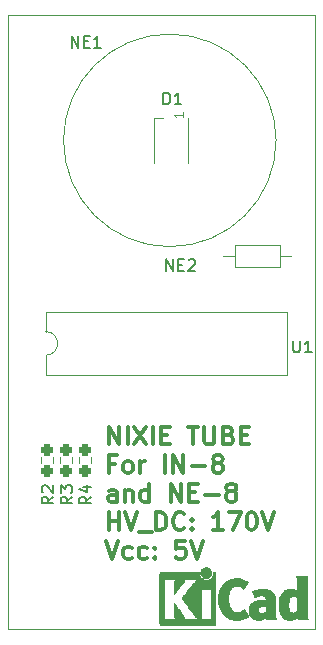
<source format=gto>
G04 #@! TF.GenerationSoftware,KiCad,Pcbnew,(6.0.0)*
G04 #@! TF.CreationDate,2022-01-19T21:14:50+07:00*
G04 #@! TF.ProjectId,NixieClock,4e697869-6543-46c6-9f63-6b2e6b696361,rev?*
G04 #@! TF.SameCoordinates,Original*
G04 #@! TF.FileFunction,Legend,Top*
G04 #@! TF.FilePolarity,Positive*
%FSLAX46Y46*%
G04 Gerber Fmt 4.6, Leading zero omitted, Abs format (unit mm)*
G04 Created by KiCad (PCBNEW (6.0.0)) date 2022-01-19 21:14:50*
%MOMM*%
%LPD*%
G01*
G04 APERTURE LIST*
G04 Aperture macros list*
%AMRoundRect*
0 Rectangle with rounded corners*
0 $1 Rounding radius*
0 $2 $3 $4 $5 $6 $7 $8 $9 X,Y pos of 4 corners*
0 Add a 4 corners polygon primitive as box body*
4,1,4,$2,$3,$4,$5,$6,$7,$8,$9,$2,$3,0*
0 Add four circle primitives for the rounded corners*
1,1,$1+$1,$2,$3*
1,1,$1+$1,$4,$5*
1,1,$1+$1,$6,$7*
1,1,$1+$1,$8,$9*
0 Add four rect primitives between the rounded corners*
20,1,$1+$1,$2,$3,$4,$5,0*
20,1,$1+$1,$4,$5,$6,$7,0*
20,1,$1+$1,$6,$7,$8,$9,0*
20,1,$1+$1,$8,$9,$2,$3,0*%
G04 Aperture macros list end*
G04 #@! TA.AperFunction,Profile*
%ADD10C,0.050000*%
G04 #@! TD*
%ADD11C,0.300000*%
%ADD12C,0.150000*%
%ADD13C,0.120000*%
%ADD14C,0.010000*%
%ADD15C,1.500000*%
%ADD16R,1.600000X1.600000*%
%ADD17O,1.600000X1.600000*%
%ADD18RoundRect,0.237500X-0.237500X0.250000X-0.237500X-0.250000X0.237500X-0.250000X0.237500X0.250000X0*%
%ADD19R,0.600000X1.000000*%
%ADD20C,1.400000*%
%ADD21O,1.400000X1.400000*%
G04 APERTURE END LIST*
D10*
X45700000Y-80300000D02*
X19700000Y-80300000D01*
X19700000Y-80300000D02*
X19700000Y-28300000D01*
X19700000Y-28300000D02*
X45700000Y-28300000D01*
X45700000Y-28300000D02*
X45700000Y-80300000D01*
D11*
X28252142Y-64648571D02*
X28252142Y-63148571D01*
X29109285Y-64648571D01*
X29109285Y-63148571D01*
X29823571Y-64648571D02*
X29823571Y-63148571D01*
X30395000Y-63148571D02*
X31395000Y-64648571D01*
X31395000Y-63148571D02*
X30395000Y-64648571D01*
X31966428Y-64648571D02*
X31966428Y-63148571D01*
X32680714Y-63862857D02*
X33180714Y-63862857D01*
X33395000Y-64648571D02*
X32680714Y-64648571D01*
X32680714Y-63148571D01*
X33395000Y-63148571D01*
X34966428Y-63148571D02*
X35823571Y-63148571D01*
X35395000Y-64648571D02*
X35395000Y-63148571D01*
X36323571Y-63148571D02*
X36323571Y-64362857D01*
X36395000Y-64505714D01*
X36466428Y-64577142D01*
X36609285Y-64648571D01*
X36895000Y-64648571D01*
X37037857Y-64577142D01*
X37109285Y-64505714D01*
X37180714Y-64362857D01*
X37180714Y-63148571D01*
X38395000Y-63862857D02*
X38609285Y-63934285D01*
X38680714Y-64005714D01*
X38752142Y-64148571D01*
X38752142Y-64362857D01*
X38680714Y-64505714D01*
X38609285Y-64577142D01*
X38466428Y-64648571D01*
X37895000Y-64648571D01*
X37895000Y-63148571D01*
X38395000Y-63148571D01*
X38537857Y-63220000D01*
X38609285Y-63291428D01*
X38680714Y-63434285D01*
X38680714Y-63577142D01*
X38609285Y-63720000D01*
X38537857Y-63791428D01*
X38395000Y-63862857D01*
X37895000Y-63862857D01*
X39395000Y-63862857D02*
X39895000Y-63862857D01*
X40109285Y-64648571D02*
X39395000Y-64648571D01*
X39395000Y-63148571D01*
X40109285Y-63148571D01*
X28752142Y-66277857D02*
X28252142Y-66277857D01*
X28252142Y-67063571D02*
X28252142Y-65563571D01*
X28966428Y-65563571D01*
X29752142Y-67063571D02*
X29609285Y-66992142D01*
X29537857Y-66920714D01*
X29466428Y-66777857D01*
X29466428Y-66349285D01*
X29537857Y-66206428D01*
X29609285Y-66135000D01*
X29752142Y-66063571D01*
X29966428Y-66063571D01*
X30109285Y-66135000D01*
X30180714Y-66206428D01*
X30252142Y-66349285D01*
X30252142Y-66777857D01*
X30180714Y-66920714D01*
X30109285Y-66992142D01*
X29966428Y-67063571D01*
X29752142Y-67063571D01*
X30895000Y-67063571D02*
X30895000Y-66063571D01*
X30895000Y-66349285D02*
X30966428Y-66206428D01*
X31037857Y-66135000D01*
X31180714Y-66063571D01*
X31323571Y-66063571D01*
X32966428Y-67063571D02*
X32966428Y-65563571D01*
X33680714Y-67063571D02*
X33680714Y-65563571D01*
X34537857Y-67063571D01*
X34537857Y-65563571D01*
X35252142Y-66492142D02*
X36395000Y-66492142D01*
X37323571Y-66206428D02*
X37180714Y-66135000D01*
X37109285Y-66063571D01*
X37037857Y-65920714D01*
X37037857Y-65849285D01*
X37109285Y-65706428D01*
X37180714Y-65635000D01*
X37323571Y-65563571D01*
X37609285Y-65563571D01*
X37752142Y-65635000D01*
X37823571Y-65706428D01*
X37895000Y-65849285D01*
X37895000Y-65920714D01*
X37823571Y-66063571D01*
X37752142Y-66135000D01*
X37609285Y-66206428D01*
X37323571Y-66206428D01*
X37180714Y-66277857D01*
X37109285Y-66349285D01*
X37037857Y-66492142D01*
X37037857Y-66777857D01*
X37109285Y-66920714D01*
X37180714Y-66992142D01*
X37323571Y-67063571D01*
X37609285Y-67063571D01*
X37752142Y-66992142D01*
X37823571Y-66920714D01*
X37895000Y-66777857D01*
X37895000Y-66492142D01*
X37823571Y-66349285D01*
X37752142Y-66277857D01*
X37609285Y-66206428D01*
X28895000Y-69478571D02*
X28895000Y-68692857D01*
X28823571Y-68550000D01*
X28680714Y-68478571D01*
X28395000Y-68478571D01*
X28252142Y-68550000D01*
X28895000Y-69407142D02*
X28752142Y-69478571D01*
X28395000Y-69478571D01*
X28252142Y-69407142D01*
X28180714Y-69264285D01*
X28180714Y-69121428D01*
X28252142Y-68978571D01*
X28395000Y-68907142D01*
X28752142Y-68907142D01*
X28895000Y-68835714D01*
X29609285Y-68478571D02*
X29609285Y-69478571D01*
X29609285Y-68621428D02*
X29680714Y-68550000D01*
X29823571Y-68478571D01*
X30037857Y-68478571D01*
X30180714Y-68550000D01*
X30252142Y-68692857D01*
X30252142Y-69478571D01*
X31609285Y-69478571D02*
X31609285Y-67978571D01*
X31609285Y-69407142D02*
X31466428Y-69478571D01*
X31180714Y-69478571D01*
X31037857Y-69407142D01*
X30966428Y-69335714D01*
X30895000Y-69192857D01*
X30895000Y-68764285D01*
X30966428Y-68621428D01*
X31037857Y-68550000D01*
X31180714Y-68478571D01*
X31466428Y-68478571D01*
X31609285Y-68550000D01*
X33466428Y-69478571D02*
X33466428Y-67978571D01*
X34323571Y-69478571D01*
X34323571Y-67978571D01*
X35037857Y-68692857D02*
X35537857Y-68692857D01*
X35752142Y-69478571D02*
X35037857Y-69478571D01*
X35037857Y-67978571D01*
X35752142Y-67978571D01*
X36395000Y-68907142D02*
X37537857Y-68907142D01*
X38466428Y-68621428D02*
X38323571Y-68550000D01*
X38252142Y-68478571D01*
X38180714Y-68335714D01*
X38180714Y-68264285D01*
X38252142Y-68121428D01*
X38323571Y-68050000D01*
X38466428Y-67978571D01*
X38752142Y-67978571D01*
X38895000Y-68050000D01*
X38966428Y-68121428D01*
X39037857Y-68264285D01*
X39037857Y-68335714D01*
X38966428Y-68478571D01*
X38895000Y-68550000D01*
X38752142Y-68621428D01*
X38466428Y-68621428D01*
X38323571Y-68692857D01*
X38252142Y-68764285D01*
X38180714Y-68907142D01*
X38180714Y-69192857D01*
X38252142Y-69335714D01*
X38323571Y-69407142D01*
X38466428Y-69478571D01*
X38752142Y-69478571D01*
X38895000Y-69407142D01*
X38966428Y-69335714D01*
X39037857Y-69192857D01*
X39037857Y-68907142D01*
X38966428Y-68764285D01*
X38895000Y-68692857D01*
X38752142Y-68621428D01*
X28252142Y-71893571D02*
X28252142Y-70393571D01*
X28252142Y-71107857D02*
X29109285Y-71107857D01*
X29109285Y-71893571D02*
X29109285Y-70393571D01*
X29609285Y-70393571D02*
X30109285Y-71893571D01*
X30609285Y-70393571D01*
X30752142Y-72036428D02*
X31895000Y-72036428D01*
X32252142Y-71893571D02*
X32252142Y-70393571D01*
X32609285Y-70393571D01*
X32823571Y-70465000D01*
X32966428Y-70607857D01*
X33037857Y-70750714D01*
X33109285Y-71036428D01*
X33109285Y-71250714D01*
X33037857Y-71536428D01*
X32966428Y-71679285D01*
X32823571Y-71822142D01*
X32609285Y-71893571D01*
X32252142Y-71893571D01*
X34609285Y-71750714D02*
X34537857Y-71822142D01*
X34323571Y-71893571D01*
X34180714Y-71893571D01*
X33966428Y-71822142D01*
X33823571Y-71679285D01*
X33752142Y-71536428D01*
X33680714Y-71250714D01*
X33680714Y-71036428D01*
X33752142Y-70750714D01*
X33823571Y-70607857D01*
X33966428Y-70465000D01*
X34180714Y-70393571D01*
X34323571Y-70393571D01*
X34537857Y-70465000D01*
X34609285Y-70536428D01*
X35252142Y-71750714D02*
X35323571Y-71822142D01*
X35252142Y-71893571D01*
X35180714Y-71822142D01*
X35252142Y-71750714D01*
X35252142Y-71893571D01*
X35252142Y-70965000D02*
X35323571Y-71036428D01*
X35252142Y-71107857D01*
X35180714Y-71036428D01*
X35252142Y-70965000D01*
X35252142Y-71107857D01*
X37895000Y-71893571D02*
X37037857Y-71893571D01*
X37466428Y-71893571D02*
X37466428Y-70393571D01*
X37323571Y-70607857D01*
X37180714Y-70750714D01*
X37037857Y-70822142D01*
X38395000Y-70393571D02*
X39395000Y-70393571D01*
X38752142Y-71893571D01*
X40252142Y-70393571D02*
X40395000Y-70393571D01*
X40537857Y-70465000D01*
X40609285Y-70536428D01*
X40680714Y-70679285D01*
X40752142Y-70965000D01*
X40752142Y-71322142D01*
X40680714Y-71607857D01*
X40609285Y-71750714D01*
X40537857Y-71822142D01*
X40395000Y-71893571D01*
X40252142Y-71893571D01*
X40109285Y-71822142D01*
X40037857Y-71750714D01*
X39966428Y-71607857D01*
X39895000Y-71322142D01*
X39895000Y-70965000D01*
X39966428Y-70679285D01*
X40037857Y-70536428D01*
X40109285Y-70465000D01*
X40252142Y-70393571D01*
X41180714Y-70393571D02*
X41680714Y-71893571D01*
X42180714Y-70393571D01*
X28037857Y-72808571D02*
X28537857Y-74308571D01*
X29037857Y-72808571D01*
X30180714Y-74237142D02*
X30037857Y-74308571D01*
X29752142Y-74308571D01*
X29609285Y-74237142D01*
X29537857Y-74165714D01*
X29466428Y-74022857D01*
X29466428Y-73594285D01*
X29537857Y-73451428D01*
X29609285Y-73380000D01*
X29752142Y-73308571D01*
X30037857Y-73308571D01*
X30180714Y-73380000D01*
X31466428Y-74237142D02*
X31323571Y-74308571D01*
X31037857Y-74308571D01*
X30895000Y-74237142D01*
X30823571Y-74165714D01*
X30752142Y-74022857D01*
X30752142Y-73594285D01*
X30823571Y-73451428D01*
X30895000Y-73380000D01*
X31037857Y-73308571D01*
X31323571Y-73308571D01*
X31466428Y-73380000D01*
X32109285Y-74165714D02*
X32180714Y-74237142D01*
X32109285Y-74308571D01*
X32037857Y-74237142D01*
X32109285Y-74165714D01*
X32109285Y-74308571D01*
X32109285Y-73380000D02*
X32180714Y-73451428D01*
X32109285Y-73522857D01*
X32037857Y-73451428D01*
X32109285Y-73380000D01*
X32109285Y-73522857D01*
X34680714Y-72808571D02*
X33966428Y-72808571D01*
X33895000Y-73522857D01*
X33966428Y-73451428D01*
X34109285Y-73380000D01*
X34466428Y-73380000D01*
X34609285Y-73451428D01*
X34680714Y-73522857D01*
X34752142Y-73665714D01*
X34752142Y-74022857D01*
X34680714Y-74165714D01*
X34609285Y-74237142D01*
X34466428Y-74308571D01*
X34109285Y-74308571D01*
X33966428Y-74237142D01*
X33895000Y-74165714D01*
X35180714Y-72808571D02*
X35680714Y-74308571D01*
X36180714Y-72808571D01*
D12*
X25085714Y-31052380D02*
X25085714Y-30052380D01*
X25657142Y-31052380D01*
X25657142Y-30052380D01*
X26133333Y-30528571D02*
X26466666Y-30528571D01*
X26609523Y-31052380D02*
X26133333Y-31052380D01*
X26133333Y-30052380D01*
X26609523Y-30052380D01*
X27561904Y-31052380D02*
X26990476Y-31052380D01*
X27276190Y-31052380D02*
X27276190Y-30052380D01*
X27180952Y-30195238D01*
X27085714Y-30290476D01*
X26990476Y-30338095D01*
X43838095Y-55852380D02*
X43838095Y-56661904D01*
X43885714Y-56757142D01*
X43933333Y-56804761D01*
X44028571Y-56852380D01*
X44219047Y-56852380D01*
X44314285Y-56804761D01*
X44361904Y-56757142D01*
X44409523Y-56661904D01*
X44409523Y-55852380D01*
X45409523Y-56852380D02*
X44838095Y-56852380D01*
X45123809Y-56852380D02*
X45123809Y-55852380D01*
X45028571Y-55995238D01*
X44933333Y-56090476D01*
X44838095Y-56138095D01*
X26752380Y-69066666D02*
X26276190Y-69400000D01*
X26752380Y-69638095D02*
X25752380Y-69638095D01*
X25752380Y-69257142D01*
X25800000Y-69161904D01*
X25847619Y-69114285D01*
X25942857Y-69066666D01*
X26085714Y-69066666D01*
X26180952Y-69114285D01*
X26228571Y-69161904D01*
X26276190Y-69257142D01*
X26276190Y-69638095D01*
X26085714Y-68209523D02*
X26752380Y-68209523D01*
X25704761Y-68447619D02*
X26419047Y-68685714D01*
X26419047Y-68066666D01*
X25152380Y-69066666D02*
X24676190Y-69400000D01*
X25152380Y-69638095D02*
X24152380Y-69638095D01*
X24152380Y-69257142D01*
X24200000Y-69161904D01*
X24247619Y-69114285D01*
X24342857Y-69066666D01*
X24485714Y-69066666D01*
X24580952Y-69114285D01*
X24628571Y-69161904D01*
X24676190Y-69257142D01*
X24676190Y-69638095D01*
X24152380Y-68733333D02*
X24152380Y-68114285D01*
X24533333Y-68447619D01*
X24533333Y-68304761D01*
X24580952Y-68209523D01*
X24628571Y-68161904D01*
X24723809Y-68114285D01*
X24961904Y-68114285D01*
X25057142Y-68161904D01*
X25104761Y-68209523D01*
X25152380Y-68304761D01*
X25152380Y-68590476D01*
X25104761Y-68685714D01*
X25057142Y-68733333D01*
X23552380Y-69066666D02*
X23076190Y-69400000D01*
X23552380Y-69638095D02*
X22552380Y-69638095D01*
X22552380Y-69257142D01*
X22600000Y-69161904D01*
X22647619Y-69114285D01*
X22742857Y-69066666D01*
X22885714Y-69066666D01*
X22980952Y-69114285D01*
X23028571Y-69161904D01*
X23076190Y-69257142D01*
X23076190Y-69638095D01*
X22647619Y-68685714D02*
X22600000Y-68638095D01*
X22552380Y-68542857D01*
X22552380Y-68304761D01*
X22600000Y-68209523D01*
X22647619Y-68161904D01*
X22742857Y-68114285D01*
X22838095Y-68114285D01*
X22980952Y-68161904D01*
X23552380Y-68733333D01*
X23552380Y-68114285D01*
X32861904Y-35852380D02*
X32861904Y-34852380D01*
X33100000Y-34852380D01*
X33242857Y-34900000D01*
X33338095Y-34995238D01*
X33385714Y-35090476D01*
X33433333Y-35280952D01*
X33433333Y-35423809D01*
X33385714Y-35614285D01*
X33338095Y-35709523D01*
X33242857Y-35804761D01*
X33100000Y-35852380D01*
X32861904Y-35852380D01*
X34385714Y-35852380D02*
X33814285Y-35852380D01*
X34100000Y-35852380D02*
X34100000Y-34852380D01*
X34004761Y-34995238D01*
X33909523Y-35090476D01*
X33814285Y-35138095D01*
D13*
X34489285Y-36535714D02*
X34489285Y-36964285D01*
X34489285Y-36750000D02*
X33739285Y-36750000D01*
X33846428Y-36821428D01*
X33917857Y-36892857D01*
X33953571Y-36964285D01*
D12*
X33085714Y-49952380D02*
X33085714Y-48952380D01*
X33657142Y-49952380D01*
X33657142Y-48952380D01*
X34133333Y-49428571D02*
X34466666Y-49428571D01*
X34609523Y-49952380D02*
X34133333Y-49952380D01*
X34133333Y-48952380D01*
X34609523Y-48952380D01*
X34990476Y-49047619D02*
X35038095Y-49000000D01*
X35133333Y-48952380D01*
X35371428Y-48952380D01*
X35466666Y-49000000D01*
X35514285Y-49047619D01*
X35561904Y-49142857D01*
X35561904Y-49238095D01*
X35514285Y-49380952D01*
X34942857Y-49952380D01*
X35561904Y-49952380D01*
D13*
X42400000Y-38900000D02*
G75*
G03*
X42400000Y-38900000I-9000000J0D01*
G01*
X22895000Y-58740000D02*
X43335000Y-58740000D01*
X43335000Y-53440000D02*
X22895000Y-53440000D01*
X43335000Y-58740000D02*
X43335000Y-53440000D01*
X22895000Y-53440000D02*
X22895000Y-55090000D01*
X22895000Y-57090000D02*
X22895000Y-58740000D01*
X22895000Y-57090000D02*
G75*
G03*
X22895000Y-55090000I0J1000000D01*
G01*
X25677500Y-65745276D02*
X25677500Y-66254724D01*
X26722500Y-65745276D02*
X26722500Y-66254724D01*
X25122500Y-65732776D02*
X25122500Y-66242224D01*
X24077500Y-65732776D02*
X24077500Y-66242224D01*
X22477500Y-65732776D02*
X22477500Y-66242224D01*
X23522500Y-65732776D02*
X23522500Y-66242224D01*
X32100000Y-37000000D02*
X32100000Y-40800000D01*
X32100000Y-37000000D02*
X32850000Y-37000000D01*
X34900000Y-37000000D02*
X34900000Y-40800000D01*
D14*
X36521259Y-75044509D02*
X36617534Y-75068747D01*
X36617534Y-75068747D02*
X36704118Y-75111579D01*
X36704118Y-75111579D02*
X36778929Y-75171357D01*
X36778929Y-75171357D02*
X36839884Y-75246432D01*
X36839884Y-75246432D02*
X36884903Y-75335158D01*
X36884903Y-75335158D02*
X36911166Y-75431468D01*
X36911166Y-75431468D02*
X36917016Y-75528733D01*
X36917016Y-75528733D02*
X36902162Y-75622592D01*
X36902162Y-75622592D02*
X36868462Y-75710449D01*
X36868462Y-75710449D02*
X36817774Y-75789708D01*
X36817774Y-75789708D02*
X36751957Y-75857774D01*
X36751957Y-75857774D02*
X36672868Y-75912050D01*
X36672868Y-75912050D02*
X36582368Y-75949940D01*
X36582368Y-75949940D02*
X36531102Y-75962364D01*
X36531102Y-75962364D02*
X36486604Y-75969885D01*
X36486604Y-75969885D02*
X36452303Y-75972857D01*
X36452303Y-75972857D02*
X36419342Y-75971032D01*
X36419342Y-75971032D02*
X36378868Y-75964163D01*
X36378868Y-75964163D02*
X36345771Y-75957188D01*
X36345771Y-75957188D02*
X36252355Y-75925679D01*
X36252355Y-75925679D02*
X36168683Y-75874555D01*
X36168683Y-75874555D02*
X36096637Y-75805367D01*
X36096637Y-75805367D02*
X36038102Y-75719666D01*
X36038102Y-75719666D02*
X36024154Y-75692427D01*
X36024154Y-75692427D02*
X36007716Y-75656060D01*
X36007716Y-75656060D02*
X35997408Y-75625520D01*
X35997408Y-75625520D02*
X35991842Y-75593388D01*
X35991842Y-75593388D02*
X35989633Y-75552245D01*
X35989633Y-75552245D02*
X35989354Y-75506160D01*
X35989354Y-75506160D02*
X35993441Y-75421803D01*
X35993441Y-75421803D02*
X36006856Y-75352524D01*
X36006856Y-75352524D02*
X36032046Y-75291899D01*
X36032046Y-75291899D02*
X36071456Y-75233505D01*
X36071456Y-75233505D02*
X36110004Y-75189240D01*
X36110004Y-75189240D02*
X36181896Y-75123422D01*
X36181896Y-75123422D02*
X36256989Y-75077991D01*
X36256989Y-75077991D02*
X36339740Y-75050788D01*
X36339740Y-75050788D02*
X36417374Y-75040514D01*
X36417374Y-75040514D02*
X36521259Y-75044509D01*
X36521259Y-75044509D02*
X36521259Y-75044509D01*
G36*
X36521259Y-75044509D02*
G01*
X36617534Y-75068747D01*
X36704118Y-75111579D01*
X36778929Y-75171357D01*
X36839884Y-75246432D01*
X36884903Y-75335158D01*
X36911166Y-75431468D01*
X36917016Y-75528733D01*
X36902162Y-75622592D01*
X36868462Y-75710449D01*
X36817774Y-75789708D01*
X36751957Y-75857774D01*
X36672868Y-75912050D01*
X36582368Y-75949940D01*
X36531102Y-75962364D01*
X36486604Y-75969885D01*
X36452303Y-75972857D01*
X36419342Y-75971032D01*
X36378868Y-75964163D01*
X36345771Y-75957188D01*
X36252355Y-75925679D01*
X36168683Y-75874555D01*
X36096637Y-75805367D01*
X36038102Y-75719666D01*
X36024154Y-75692427D01*
X36007716Y-75656060D01*
X35997408Y-75625520D01*
X35991842Y-75593388D01*
X35989633Y-75552245D01*
X35989354Y-75506160D01*
X35993441Y-75421803D01*
X36006856Y-75352524D01*
X36032046Y-75291899D01*
X36071456Y-75233505D01*
X36110004Y-75189240D01*
X36181896Y-75123422D01*
X36256989Y-75077991D01*
X36339740Y-75050788D01*
X36417374Y-75040514D01*
X36521259Y-75044509D01*
G37*
X36521259Y-75044509D02*
X36617534Y-75068747D01*
X36704118Y-75111579D01*
X36778929Y-75171357D01*
X36839884Y-75246432D01*
X36884903Y-75335158D01*
X36911166Y-75431468D01*
X36917016Y-75528733D01*
X36902162Y-75622592D01*
X36868462Y-75710449D01*
X36817774Y-75789708D01*
X36751957Y-75857774D01*
X36672868Y-75912050D01*
X36582368Y-75949940D01*
X36531102Y-75962364D01*
X36486604Y-75969885D01*
X36452303Y-75972857D01*
X36419342Y-75971032D01*
X36378868Y-75964163D01*
X36345771Y-75957188D01*
X36252355Y-75925679D01*
X36168683Y-75874555D01*
X36096637Y-75805367D01*
X36038102Y-75719666D01*
X36024154Y-75692427D01*
X36007716Y-75656060D01*
X35997408Y-75625520D01*
X35991842Y-75593388D01*
X35989633Y-75552245D01*
X35989354Y-75506160D01*
X35993441Y-75421803D01*
X36006856Y-75352524D01*
X36032046Y-75291899D01*
X36071456Y-75233505D01*
X36110004Y-75189240D01*
X36181896Y-75123422D01*
X36256989Y-75077991D01*
X36339740Y-75050788D01*
X36417374Y-75040514D01*
X36521259Y-75044509D01*
X35847902Y-75506992D02*
X35858767Y-75620931D01*
X35858767Y-75620931D02*
X35890384Y-75728554D01*
X35890384Y-75728554D02*
X35941287Y-75827553D01*
X35941287Y-75827553D02*
X36010009Y-75915622D01*
X36010009Y-75915622D02*
X36095083Y-75990454D01*
X36095083Y-75990454D02*
X36192070Y-76048322D01*
X36192070Y-76048322D02*
X36298338Y-76087943D01*
X36298338Y-76087943D02*
X36405352Y-76106511D01*
X36405352Y-76106511D02*
X36511002Y-76105372D01*
X36511002Y-76105372D02*
X36613177Y-76085868D01*
X36613177Y-76085868D02*
X36709768Y-76049344D01*
X36709768Y-76049344D02*
X36798664Y-75997143D01*
X36798664Y-75997143D02*
X36877756Y-75930611D01*
X36877756Y-75930611D02*
X36944933Y-75851090D01*
X36944933Y-75851090D02*
X36998085Y-75759925D01*
X36998085Y-75759925D02*
X37035103Y-75658461D01*
X37035103Y-75658461D02*
X37053875Y-75548040D01*
X37053875Y-75548040D02*
X37055813Y-75498144D01*
X37055813Y-75498144D02*
X37055813Y-75410205D01*
X37055813Y-75410205D02*
X37107742Y-75410205D01*
X37107742Y-75410205D02*
X37144049Y-75413049D01*
X37144049Y-75413049D02*
X37170947Y-75424849D01*
X37170947Y-75424849D02*
X37198053Y-75448587D01*
X37198053Y-75448587D02*
X37236435Y-75486969D01*
X37236435Y-75486969D02*
X37236435Y-77678540D01*
X37236435Y-77678540D02*
X37236426Y-77940677D01*
X37236426Y-77940677D02*
X37236394Y-78181179D01*
X37236394Y-78181179D02*
X37236330Y-78400986D01*
X37236330Y-78400986D02*
X37236226Y-78601039D01*
X37236226Y-78601039D02*
X37236075Y-78782282D01*
X37236075Y-78782282D02*
X37235868Y-78945654D01*
X37235868Y-78945654D02*
X37235596Y-79092098D01*
X37235596Y-79092098D02*
X37235252Y-79222555D01*
X37235252Y-79222555D02*
X37234828Y-79337967D01*
X37234828Y-79337967D02*
X37234315Y-79439276D01*
X37234315Y-79439276D02*
X37233705Y-79527422D01*
X37233705Y-79527422D02*
X37232990Y-79603348D01*
X37232990Y-79603348D02*
X37232162Y-79667995D01*
X37232162Y-79667995D02*
X37231213Y-79722305D01*
X37231213Y-79722305D02*
X37230135Y-79767218D01*
X37230135Y-79767218D02*
X37228919Y-79803678D01*
X37228919Y-79803678D02*
X37227557Y-79832625D01*
X37227557Y-79832625D02*
X37226041Y-79855001D01*
X37226041Y-79855001D02*
X37224364Y-79871747D01*
X37224364Y-79871747D02*
X37222516Y-79883806D01*
X37222516Y-79883806D02*
X37220489Y-79892118D01*
X37220489Y-79892118D02*
X37218277Y-79897625D01*
X37218277Y-79897625D02*
X37217194Y-79899475D01*
X37217194Y-79899475D02*
X37213031Y-79906487D01*
X37213031Y-79906487D02*
X37209497Y-79912934D01*
X37209497Y-79912934D02*
X37205667Y-79918838D01*
X37205667Y-79918838D02*
X37200620Y-79924224D01*
X37200620Y-79924224D02*
X37193431Y-79929116D01*
X37193431Y-79929116D02*
X37183179Y-79933536D01*
X37183179Y-79933536D02*
X37168938Y-79937510D01*
X37168938Y-79937510D02*
X37149788Y-79941059D01*
X37149788Y-79941059D02*
X37124803Y-79944208D01*
X37124803Y-79944208D02*
X37093062Y-79946980D01*
X37093062Y-79946980D02*
X37053640Y-79949399D01*
X37053640Y-79949399D02*
X37005616Y-79951489D01*
X37005616Y-79951489D02*
X36948065Y-79953273D01*
X36948065Y-79953273D02*
X36880065Y-79954775D01*
X36880065Y-79954775D02*
X36800692Y-79956018D01*
X36800692Y-79956018D02*
X36709023Y-79957027D01*
X36709023Y-79957027D02*
X36604136Y-79957823D01*
X36604136Y-79957823D02*
X36485106Y-79958432D01*
X36485106Y-79958432D02*
X36351012Y-79958877D01*
X36351012Y-79958877D02*
X36200929Y-79959181D01*
X36200929Y-79959181D02*
X36033935Y-79959368D01*
X36033935Y-79959368D02*
X35849106Y-79959462D01*
X35849106Y-79959462D02*
X35645519Y-79959486D01*
X35645519Y-79959486D02*
X35422252Y-79959463D01*
X35422252Y-79959463D02*
X35178380Y-79959418D01*
X35178380Y-79959418D02*
X34912981Y-79959375D01*
X34912981Y-79959375D02*
X34874598Y-79959370D01*
X34874598Y-79959370D02*
X34607620Y-79959327D01*
X34607620Y-79959327D02*
X34362300Y-79959256D01*
X34362300Y-79959256D02*
X34137719Y-79959151D01*
X34137719Y-79959151D02*
X33932957Y-79959004D01*
X33932957Y-79959004D02*
X33747096Y-79958807D01*
X33747096Y-79958807D02*
X33579214Y-79958554D01*
X33579214Y-79958554D02*
X33428394Y-79958238D01*
X33428394Y-79958238D02*
X33293715Y-79957851D01*
X33293715Y-79957851D02*
X33174258Y-79957385D01*
X33174258Y-79957385D02*
X33069103Y-79956835D01*
X33069103Y-79956835D02*
X32977331Y-79956191D01*
X32977331Y-79956191D02*
X32898023Y-79955449D01*
X32898023Y-79955449D02*
X32830259Y-79954599D01*
X32830259Y-79954599D02*
X32773120Y-79953635D01*
X32773120Y-79953635D02*
X32725685Y-79952549D01*
X32725685Y-79952549D02*
X32687036Y-79951335D01*
X32687036Y-79951335D02*
X32656253Y-79949985D01*
X32656253Y-79949985D02*
X32632417Y-79948493D01*
X32632417Y-79948493D02*
X32614608Y-79946849D01*
X32614608Y-79946849D02*
X32601907Y-79945049D01*
X32601907Y-79945049D02*
X32593394Y-79943083D01*
X32593394Y-79943083D02*
X32589036Y-79941415D01*
X32589036Y-79941415D02*
X32580574Y-79937844D01*
X32580574Y-79937844D02*
X32572805Y-79935208D01*
X32572805Y-79935208D02*
X32565700Y-79932572D01*
X32565700Y-79932572D02*
X32559229Y-79929000D01*
X32559229Y-79929000D02*
X32553363Y-79923559D01*
X32553363Y-79923559D02*
X32548073Y-79915313D01*
X32548073Y-79915313D02*
X32543328Y-79903328D01*
X32543328Y-79903328D02*
X32539100Y-79886669D01*
X32539100Y-79886669D02*
X32535359Y-79864401D01*
X32535359Y-79864401D02*
X32532075Y-79835590D01*
X32532075Y-79835590D02*
X32529219Y-79799301D01*
X32529219Y-79799301D02*
X32526762Y-79754599D01*
X32526762Y-79754599D02*
X32524673Y-79700549D01*
X32524673Y-79700549D02*
X32522924Y-79636217D01*
X32522924Y-79636217D02*
X32521485Y-79560668D01*
X32521485Y-79560668D02*
X32520326Y-79472968D01*
X32520326Y-79472968D02*
X32519419Y-79372181D01*
X32519419Y-79372181D02*
X32518733Y-79257372D01*
X32518733Y-79257372D02*
X32518239Y-79127608D01*
X32518239Y-79127608D02*
X32517907Y-78981953D01*
X32517907Y-78981953D02*
X32517709Y-78819473D01*
X32517709Y-78819473D02*
X32517615Y-78639233D01*
X32517615Y-78639233D02*
X32517594Y-78440298D01*
X32517594Y-78440298D02*
X32517617Y-78221734D01*
X32517617Y-78221734D02*
X32517656Y-77982606D01*
X32517656Y-77982606D02*
X32517680Y-77721978D01*
X32517680Y-77721978D02*
X32517680Y-77679827D01*
X32517680Y-77679827D02*
X32517666Y-77416930D01*
X32517666Y-77416930D02*
X32517641Y-77175670D01*
X32517641Y-77175670D02*
X32517631Y-76955103D01*
X32517631Y-76955103D02*
X32517660Y-76754290D01*
X32517660Y-76754290D02*
X32517754Y-76572287D01*
X32517754Y-76572287D02*
X32517940Y-76408154D01*
X32517940Y-76408154D02*
X32518243Y-76260949D01*
X32518243Y-76260949D02*
X32518688Y-76129730D01*
X32518688Y-76129730D02*
X32519268Y-76019805D01*
X32519268Y-76019805D02*
X32822105Y-76019805D01*
X32822105Y-76019805D02*
X32861895Y-76077649D01*
X32861895Y-76077649D02*
X32873066Y-76093417D01*
X32873066Y-76093417D02*
X32883136Y-76107379D01*
X32883136Y-76107379D02*
X32892164Y-76120722D01*
X32892164Y-76120722D02*
X32900205Y-76134631D01*
X32900205Y-76134631D02*
X32907316Y-76150294D01*
X32907316Y-76150294D02*
X32913555Y-76168896D01*
X32913555Y-76168896D02*
X32918977Y-76191624D01*
X32918977Y-76191624D02*
X32923640Y-76219665D01*
X32923640Y-76219665D02*
X32927601Y-76254205D01*
X32927601Y-76254205D02*
X32930917Y-76296430D01*
X32930917Y-76296430D02*
X32933643Y-76347527D01*
X32933643Y-76347527D02*
X32935838Y-76408682D01*
X32935838Y-76408682D02*
X32937557Y-76481082D01*
X32937557Y-76481082D02*
X32938858Y-76565913D01*
X32938858Y-76565913D02*
X32939797Y-76664360D01*
X32939797Y-76664360D02*
X32940432Y-76777612D01*
X32940432Y-76777612D02*
X32940818Y-76906854D01*
X32940818Y-76906854D02*
X32941014Y-77053272D01*
X32941014Y-77053272D02*
X32941075Y-77218054D01*
X32941075Y-77218054D02*
X32941059Y-77402385D01*
X32941059Y-77402385D02*
X32941022Y-77607451D01*
X32941022Y-77607451D02*
X32941013Y-77730071D01*
X32941013Y-77730071D02*
X32941037Y-77947020D01*
X32941037Y-77947020D02*
X32941071Y-78142580D01*
X32941071Y-78142580D02*
X32941059Y-78317937D01*
X32941059Y-78317937D02*
X32940944Y-78474279D01*
X32940944Y-78474279D02*
X32940672Y-78612795D01*
X32940672Y-78612795D02*
X32940184Y-78734672D01*
X32940184Y-78734672D02*
X32939426Y-78841098D01*
X32939426Y-78841098D02*
X32938340Y-78933260D01*
X32938340Y-78933260D02*
X32936871Y-79012347D01*
X32936871Y-79012347D02*
X32934962Y-79079546D01*
X32934962Y-79079546D02*
X32932558Y-79136045D01*
X32932558Y-79136045D02*
X32929601Y-79183031D01*
X32929601Y-79183031D02*
X32926036Y-79221693D01*
X32926036Y-79221693D02*
X32921807Y-79253218D01*
X32921807Y-79253218D02*
X32916856Y-79278793D01*
X32916856Y-79278793D02*
X32911129Y-79299608D01*
X32911129Y-79299608D02*
X32904569Y-79316849D01*
X32904569Y-79316849D02*
X32897119Y-79331703D01*
X32897119Y-79331703D02*
X32888723Y-79345360D01*
X32888723Y-79345360D02*
X32879326Y-79359007D01*
X32879326Y-79359007D02*
X32868870Y-79373831D01*
X32868870Y-79373831D02*
X32862779Y-79382721D01*
X32862779Y-79382721D02*
X32824006Y-79440338D01*
X32824006Y-79440338D02*
X33355570Y-79440338D01*
X33355570Y-79440338D02*
X33478819Y-79440303D01*
X33478819Y-79440303D02*
X33581315Y-79440153D01*
X33581315Y-79440153D02*
X33664882Y-79439816D01*
X33664882Y-79439816D02*
X33731346Y-79439224D01*
X33731346Y-79439224D02*
X33782531Y-79438305D01*
X33782531Y-79438305D02*
X33820261Y-79436989D01*
X33820261Y-79436989D02*
X33846362Y-79435207D01*
X33846362Y-79435207D02*
X33862658Y-79432889D01*
X33862658Y-79432889D02*
X33870974Y-79429964D01*
X33870974Y-79429964D02*
X33873134Y-79426362D01*
X33873134Y-79426362D02*
X33870963Y-79422013D01*
X33870963Y-79422013D02*
X33869767Y-79420583D01*
X33869767Y-79420583D02*
X33844617Y-79383511D01*
X33844617Y-79383511D02*
X33818719Y-79330710D01*
X33818719Y-79330710D02*
X33795110Y-79268708D01*
X33795110Y-79268708D02*
X33786841Y-79242295D01*
X33786841Y-79242295D02*
X33782224Y-79224354D01*
X33782224Y-79224354D02*
X33778323Y-79203293D01*
X33778323Y-79203293D02*
X33775054Y-79177027D01*
X33775054Y-79177027D02*
X33772336Y-79143470D01*
X33772336Y-79143470D02*
X33770087Y-79100537D01*
X33770087Y-79100537D02*
X33768225Y-79046142D01*
X33768225Y-79046142D02*
X33766666Y-78978200D01*
X33766666Y-78978200D02*
X33765330Y-78894626D01*
X33765330Y-78894626D02*
X33764133Y-78793333D01*
X33764133Y-78793333D02*
X33762994Y-78672238D01*
X33762994Y-78672238D02*
X33762617Y-78627538D01*
X33762617Y-78627538D02*
X33761600Y-78502387D01*
X33761600Y-78502387D02*
X33760842Y-78398020D01*
X33760842Y-78398020D02*
X33760399Y-78312645D01*
X33760399Y-78312645D02*
X33760332Y-78244471D01*
X33760332Y-78244471D02*
X33760697Y-78191703D01*
X33760697Y-78191703D02*
X33761554Y-78152552D01*
X33761554Y-78152552D02*
X33762961Y-78125223D01*
X33762961Y-78125223D02*
X33764977Y-78107924D01*
X33764977Y-78107924D02*
X33767659Y-78098864D01*
X33767659Y-78098864D02*
X33771066Y-78096250D01*
X33771066Y-78096250D02*
X33775258Y-78098289D01*
X33775258Y-78098289D02*
X33779731Y-78102605D01*
X33779731Y-78102605D02*
X33790086Y-78115540D01*
X33790086Y-78115540D02*
X33812144Y-78144614D01*
X33812144Y-78144614D02*
X33844345Y-78187697D01*
X33844345Y-78187697D02*
X33885128Y-78242656D01*
X33885128Y-78242656D02*
X33932932Y-78307361D01*
X33932932Y-78307361D02*
X33986197Y-78379680D01*
X33986197Y-78379680D02*
X34043362Y-78457482D01*
X34043362Y-78457482D02*
X34102865Y-78538636D01*
X34102865Y-78538636D02*
X34163147Y-78621010D01*
X34163147Y-78621010D02*
X34222647Y-78702474D01*
X34222647Y-78702474D02*
X34279804Y-78780895D01*
X34279804Y-78780895D02*
X34333057Y-78854142D01*
X34333057Y-78854142D02*
X34380845Y-78920085D01*
X34380845Y-78920085D02*
X34421609Y-78976592D01*
X34421609Y-78976592D02*
X34453786Y-79021531D01*
X34453786Y-79021531D02*
X34475817Y-79052772D01*
X34475817Y-79052772D02*
X34480385Y-79059404D01*
X34480385Y-79059404D02*
X34503306Y-79096307D01*
X34503306Y-79096307D02*
X34530114Y-79144297D01*
X34530114Y-79144297D02*
X34555513Y-79193835D01*
X34555513Y-79193835D02*
X34558734Y-79200515D01*
X34558734Y-79200515D02*
X34580412Y-79248710D01*
X34580412Y-79248710D02*
X34592998Y-79286272D01*
X34592998Y-79286272D02*
X34598728Y-79322098D01*
X34598728Y-79322098D02*
X34599846Y-79364138D01*
X34599846Y-79364138D02*
X34599212Y-79440338D01*
X34599212Y-79440338D02*
X35753651Y-79440338D01*
X35753651Y-79440338D02*
X35662487Y-79346607D01*
X35662487Y-79346607D02*
X35615690Y-79296713D01*
X35615690Y-79296713D02*
X35565403Y-79240233D01*
X35565403Y-79240233D02*
X35519358Y-79185964D01*
X35519358Y-79185964D02*
X35498933Y-79160611D01*
X35498933Y-79160611D02*
X35468495Y-79121066D01*
X35468495Y-79121066D02*
X35428440Y-79067854D01*
X35428440Y-79067854D02*
X35379941Y-79002605D01*
X35379941Y-79002605D02*
X35324167Y-78926949D01*
X35324167Y-78926949D02*
X35262291Y-78842515D01*
X35262291Y-78842515D02*
X35195483Y-78750932D01*
X35195483Y-78750932D02*
X35124915Y-78653830D01*
X35124915Y-78653830D02*
X35051757Y-78552839D01*
X35051757Y-78552839D02*
X34977181Y-78449588D01*
X34977181Y-78449588D02*
X34902358Y-78345706D01*
X34902358Y-78345706D02*
X34828459Y-78242823D01*
X34828459Y-78242823D02*
X34756656Y-78142569D01*
X34756656Y-78142569D02*
X34688118Y-78046574D01*
X34688118Y-78046574D02*
X34624018Y-77956465D01*
X34624018Y-77956465D02*
X34565527Y-77873874D01*
X34565527Y-77873874D02*
X34513816Y-77800430D01*
X34513816Y-77800430D02*
X34470055Y-77737762D01*
X34470055Y-77737762D02*
X34435417Y-77687499D01*
X34435417Y-77687499D02*
X34411072Y-77651272D01*
X34411072Y-77651272D02*
X34398191Y-77630709D01*
X34398191Y-77630709D02*
X34396433Y-77626606D01*
X34396433Y-77626606D02*
X34404392Y-77615280D01*
X34404392Y-77615280D02*
X34425187Y-77588100D01*
X34425187Y-77588100D02*
X34457455Y-77546767D01*
X34457455Y-77546767D02*
X34499832Y-77492982D01*
X34499832Y-77492982D02*
X34550955Y-77428444D01*
X34550955Y-77428444D02*
X34609461Y-77354856D01*
X34609461Y-77354856D02*
X34673988Y-77273916D01*
X34673988Y-77273916D02*
X34743171Y-77187326D01*
X34743171Y-77187326D02*
X34815649Y-77096786D01*
X34815649Y-77096786D02*
X34890056Y-77003998D01*
X34890056Y-77003998D02*
X34949785Y-76929640D01*
X34949785Y-76929640D02*
X35960791Y-76929640D01*
X35960791Y-76929640D02*
X35966700Y-76942597D01*
X35966700Y-76942597D02*
X35981030Y-76964846D01*
X35981030Y-76964846D02*
X35982077Y-76966329D01*
X35982077Y-76966329D02*
X36000864Y-76996482D01*
X36000864Y-76996482D02*
X36020511Y-77033313D01*
X36020511Y-77033313D02*
X36024410Y-77041449D01*
X36024410Y-77041449D02*
X36027946Y-77049878D01*
X36027946Y-77049878D02*
X36031072Y-77059997D01*
X36031072Y-77059997D02*
X36033816Y-77073198D01*
X36033816Y-77073198D02*
X36036210Y-77090876D01*
X36036210Y-77090876D02*
X36038283Y-77114422D01*
X36038283Y-77114422D02*
X36040067Y-77145231D01*
X36040067Y-77145231D02*
X36041590Y-77184695D01*
X36041590Y-77184695D02*
X36042883Y-77234207D01*
X36042883Y-77234207D02*
X36043976Y-77295161D01*
X36043976Y-77295161D02*
X36044899Y-77368949D01*
X36044899Y-77368949D02*
X36045683Y-77456966D01*
X36045683Y-77456966D02*
X36046357Y-77560603D01*
X36046357Y-77560603D02*
X36046952Y-77681254D01*
X36046952Y-77681254D02*
X36047497Y-77820312D01*
X36047497Y-77820312D02*
X36048023Y-77979170D01*
X36048023Y-77979170D02*
X36048557Y-78158027D01*
X36048557Y-78158027D02*
X36049096Y-78343145D01*
X36049096Y-78343145D02*
X36049530Y-78507083D01*
X36049530Y-78507083D02*
X36049793Y-78651241D01*
X36049793Y-78651241D02*
X36049818Y-78777017D01*
X36049818Y-78777017D02*
X36049537Y-78885809D01*
X36049537Y-78885809D02*
X36048883Y-78979015D01*
X36048883Y-78979015D02*
X36047788Y-79058035D01*
X36047788Y-79058035D02*
X36046184Y-79124266D01*
X36046184Y-79124266D02*
X36044005Y-79179108D01*
X36044005Y-79179108D02*
X36041183Y-79223959D01*
X36041183Y-79223959D02*
X36037651Y-79260216D01*
X36037651Y-79260216D02*
X36033341Y-79289279D01*
X36033341Y-79289279D02*
X36028185Y-79312547D01*
X36028185Y-79312547D02*
X36022117Y-79331417D01*
X36022117Y-79331417D02*
X36015069Y-79347289D01*
X36015069Y-79347289D02*
X36006973Y-79361560D01*
X36006973Y-79361560D02*
X35997762Y-79375629D01*
X35997762Y-79375629D02*
X35989262Y-79388096D01*
X35989262Y-79388096D02*
X35972126Y-79414390D01*
X35972126Y-79414390D02*
X35961980Y-79431975D01*
X35961980Y-79431975D02*
X35960791Y-79435195D01*
X35960791Y-79435195D02*
X35971698Y-79436272D01*
X35971698Y-79436272D02*
X36002891Y-79437273D01*
X36002891Y-79437273D02*
X36052079Y-79438173D01*
X36052079Y-79438173D02*
X36116969Y-79438948D01*
X36116969Y-79438948D02*
X36195272Y-79439575D01*
X36195272Y-79439575D02*
X36284695Y-79440029D01*
X36284695Y-79440029D02*
X36382946Y-79440287D01*
X36382946Y-79440287D02*
X36451857Y-79440338D01*
X36451857Y-79440338D02*
X36556850Y-79440118D01*
X36556850Y-79440118D02*
X36653692Y-79439486D01*
X36653692Y-79439486D02*
X36740195Y-79438487D01*
X36740195Y-79438487D02*
X36814170Y-79437165D01*
X36814170Y-79437165D02*
X36873428Y-79435564D01*
X36873428Y-79435564D02*
X36915782Y-79433729D01*
X36915782Y-79433729D02*
X36939042Y-79431703D01*
X36939042Y-79431703D02*
X36942924Y-79430431D01*
X36942924Y-79430431D02*
X36935226Y-79415529D01*
X36935226Y-79415529D02*
X36927228Y-79407498D01*
X36927228Y-79407498D02*
X36914056Y-79390372D01*
X36914056Y-79390372D02*
X36896817Y-79360121D01*
X36896817Y-79360121D02*
X36884895Y-79335560D01*
X36884895Y-79335560D02*
X36858257Y-79276649D01*
X36858257Y-79276649D02*
X36855182Y-78099783D01*
X36855182Y-78099783D02*
X36852107Y-76922916D01*
X36852107Y-76922916D02*
X36406449Y-76922916D01*
X36406449Y-76922916D02*
X36308632Y-76923080D01*
X36308632Y-76923080D02*
X36218238Y-76923549D01*
X36218238Y-76923549D02*
X36137672Y-76924285D01*
X36137672Y-76924285D02*
X36069340Y-76925254D01*
X36069340Y-76925254D02*
X36015646Y-76926418D01*
X36015646Y-76926418D02*
X35978997Y-76927741D01*
X35978997Y-76927741D02*
X35961798Y-76929187D01*
X35961798Y-76929187D02*
X35960791Y-76929640D01*
X35960791Y-76929640D02*
X34949785Y-76929640D01*
X34949785Y-76929640D02*
X34965032Y-76910660D01*
X34965032Y-76910660D02*
X35039212Y-76818475D01*
X35039212Y-76818475D02*
X35111233Y-76729142D01*
X35111233Y-76729142D02*
X35179733Y-76644362D01*
X35179733Y-76644362D02*
X35243347Y-76565836D01*
X35243347Y-76565836D02*
X35300714Y-76495264D01*
X35300714Y-76495264D02*
X35350469Y-76434347D01*
X35350469Y-76434347D02*
X35391250Y-76384785D01*
X35391250Y-76384785D02*
X35408414Y-76364116D01*
X35408414Y-76364116D02*
X35494706Y-76263454D01*
X35494706Y-76263454D02*
X35571305Y-76180197D01*
X35571305Y-76180197D02*
X35640119Y-76112376D01*
X35640119Y-76112376D02*
X35703054Y-76058027D01*
X35703054Y-76058027D02*
X35712435Y-76050660D01*
X35712435Y-76050660D02*
X35751946Y-76020055D01*
X35751946Y-76020055D02*
X34620186Y-76019805D01*
X34620186Y-76019805D02*
X34625475Y-76067782D01*
X34625475Y-76067782D02*
X34622172Y-76125126D01*
X34622172Y-76125126D02*
X34600641Y-76193401D01*
X34600641Y-76193401D02*
X34560667Y-76273150D01*
X34560667Y-76273150D02*
X34515359Y-76345433D01*
X34515359Y-76345433D02*
X34499141Y-76368078D01*
X34499141Y-76368078D02*
X34471088Y-76405634D01*
X34471088Y-76405634D02*
X34432872Y-76455959D01*
X34432872Y-76455959D02*
X34386165Y-76516911D01*
X34386165Y-76516911D02*
X34332641Y-76586349D01*
X34332641Y-76586349D02*
X34273971Y-76662132D01*
X34273971Y-76662132D02*
X34211827Y-76742118D01*
X34211827Y-76742118D02*
X34147881Y-76824166D01*
X34147881Y-76824166D02*
X34083807Y-76906134D01*
X34083807Y-76906134D02*
X34021275Y-76985881D01*
X34021275Y-76985881D02*
X33961959Y-77061265D01*
X33961959Y-77061265D02*
X33907531Y-77130145D01*
X33907531Y-77130145D02*
X33859663Y-77190380D01*
X33859663Y-77190380D02*
X33820027Y-77239827D01*
X33820027Y-77239827D02*
X33790296Y-77276346D01*
X33790296Y-77276346D02*
X33772141Y-77297796D01*
X33772141Y-77297796D02*
X33769082Y-77301094D01*
X33769082Y-77301094D02*
X33766223Y-77293087D01*
X33766223Y-77293087D02*
X33764009Y-77262793D01*
X33764009Y-77262793D02*
X33762445Y-77210494D01*
X33762445Y-77210494D02*
X33761535Y-77136469D01*
X33761535Y-77136469D02*
X33761282Y-77041001D01*
X33761282Y-77041001D02*
X33761689Y-76924372D01*
X33761689Y-76924372D02*
X33762598Y-76804383D01*
X33762598Y-76804383D02*
X33763920Y-76672271D01*
X33763920Y-76672271D02*
X33765445Y-76560532D01*
X33765445Y-76560532D02*
X33767421Y-76466963D01*
X33767421Y-76466963D02*
X33770096Y-76389357D01*
X33770096Y-76389357D02*
X33773720Y-76325512D01*
X33773720Y-76325512D02*
X33778541Y-76273221D01*
X33778541Y-76273221D02*
X33784808Y-76230282D01*
X33784808Y-76230282D02*
X33792770Y-76194489D01*
X33792770Y-76194489D02*
X33802675Y-76163638D01*
X33802675Y-76163638D02*
X33814771Y-76135524D01*
X33814771Y-76135524D02*
X33829309Y-76107943D01*
X33829309Y-76107943D02*
X33843991Y-76082904D01*
X33843991Y-76082904D02*
X33881988Y-76019805D01*
X33881988Y-76019805D02*
X32822105Y-76019805D01*
X32822105Y-76019805D02*
X32519268Y-76019805D01*
X32519268Y-76019805D02*
X32519301Y-76013555D01*
X32519301Y-76013555D02*
X32520107Y-75911482D01*
X32520107Y-75911482D02*
X32521132Y-75822571D01*
X32521132Y-75822571D02*
X32522402Y-75745879D01*
X32522402Y-75745879D02*
X32523942Y-75680465D01*
X32523942Y-75680465D02*
X32525778Y-75625387D01*
X32525778Y-75625387D02*
X32527935Y-75579703D01*
X32527935Y-75579703D02*
X32530439Y-75542472D01*
X32530439Y-75542472D02*
X32533315Y-75512751D01*
X32533315Y-75512751D02*
X32536589Y-75489600D01*
X32536589Y-75489600D02*
X32540287Y-75472077D01*
X32540287Y-75472077D02*
X32544433Y-75459239D01*
X32544433Y-75459239D02*
X32549055Y-75450146D01*
X32549055Y-75450146D02*
X32554176Y-75443856D01*
X32554176Y-75443856D02*
X32559824Y-75439426D01*
X32559824Y-75439426D02*
X32566023Y-75435916D01*
X32566023Y-75435916D02*
X32572798Y-75432383D01*
X32572798Y-75432383D02*
X32578794Y-75428814D01*
X32578794Y-75428814D02*
X32584027Y-75426238D01*
X32584027Y-75426238D02*
X32592203Y-75423910D01*
X32592203Y-75423910D02*
X32604416Y-75421816D01*
X32604416Y-75421816D02*
X32621761Y-75419945D01*
X32621761Y-75419945D02*
X32645333Y-75418285D01*
X32645333Y-75418285D02*
X32676225Y-75416822D01*
X32676225Y-75416822D02*
X32715534Y-75415546D01*
X32715534Y-75415546D02*
X32764352Y-75414442D01*
X32764352Y-75414442D02*
X32823775Y-75413499D01*
X32823775Y-75413499D02*
X32894898Y-75412705D01*
X32894898Y-75412705D02*
X32978814Y-75412047D01*
X32978814Y-75412047D02*
X33076619Y-75411513D01*
X33076619Y-75411513D02*
X33189408Y-75411091D01*
X33189408Y-75411091D02*
X33318273Y-75410767D01*
X33318273Y-75410767D02*
X33464311Y-75410530D01*
X33464311Y-75410530D02*
X33628616Y-75410368D01*
X33628616Y-75410368D02*
X33812282Y-75410268D01*
X33812282Y-75410268D02*
X34016405Y-75410218D01*
X34016405Y-75410218D02*
X34227549Y-75410205D01*
X34227549Y-75410205D02*
X35847902Y-75410205D01*
X35847902Y-75410205D02*
X35847902Y-75506992D01*
X35847902Y-75506992D02*
X35847902Y-75506992D01*
G36*
X35847902Y-75506992D02*
G01*
X35858767Y-75620931D01*
X35890384Y-75728554D01*
X35941287Y-75827553D01*
X36010009Y-75915622D01*
X36095083Y-75990454D01*
X36192070Y-76048322D01*
X36298338Y-76087943D01*
X36405352Y-76106511D01*
X36511002Y-76105372D01*
X36613177Y-76085868D01*
X36709768Y-76049344D01*
X36798664Y-75997143D01*
X36877756Y-75930611D01*
X36944933Y-75851090D01*
X36998085Y-75759925D01*
X37035103Y-75658461D01*
X37053875Y-75548040D01*
X37055813Y-75498144D01*
X37055813Y-75410205D01*
X37107742Y-75410205D01*
X37144049Y-75413049D01*
X37170947Y-75424849D01*
X37198053Y-75448587D01*
X37236435Y-75486969D01*
X37236435Y-77678540D01*
X37236426Y-77940677D01*
X37236394Y-78181179D01*
X37236330Y-78400986D01*
X37236226Y-78601039D01*
X37236075Y-78782282D01*
X37235868Y-78945654D01*
X37235596Y-79092098D01*
X37235252Y-79222555D01*
X37234828Y-79337967D01*
X37234315Y-79439276D01*
X37233705Y-79527422D01*
X37232990Y-79603348D01*
X37232162Y-79667995D01*
X37231213Y-79722305D01*
X37230135Y-79767218D01*
X37228919Y-79803678D01*
X37227557Y-79832625D01*
X37226041Y-79855001D01*
X37224364Y-79871747D01*
X37222516Y-79883806D01*
X37220489Y-79892118D01*
X37218277Y-79897625D01*
X37217194Y-79899475D01*
X37213031Y-79906487D01*
X37209497Y-79912934D01*
X37205667Y-79918838D01*
X37200620Y-79924224D01*
X37193431Y-79929116D01*
X37183179Y-79933536D01*
X37168938Y-79937510D01*
X37149788Y-79941059D01*
X37124803Y-79944208D01*
X37093062Y-79946980D01*
X37053640Y-79949399D01*
X37005616Y-79951489D01*
X36948065Y-79953273D01*
X36880065Y-79954775D01*
X36800692Y-79956018D01*
X36709023Y-79957027D01*
X36604136Y-79957823D01*
X36485106Y-79958432D01*
X36351012Y-79958877D01*
X36200929Y-79959181D01*
X36033935Y-79959368D01*
X35849106Y-79959462D01*
X35645519Y-79959486D01*
X35422252Y-79959463D01*
X35178380Y-79959418D01*
X34912981Y-79959375D01*
X34874598Y-79959370D01*
X34607620Y-79959327D01*
X34362300Y-79959256D01*
X34137719Y-79959151D01*
X33932957Y-79959004D01*
X33747096Y-79958807D01*
X33579214Y-79958554D01*
X33428394Y-79958238D01*
X33293715Y-79957851D01*
X33174258Y-79957385D01*
X33069103Y-79956835D01*
X32977331Y-79956191D01*
X32898023Y-79955449D01*
X32830259Y-79954599D01*
X32773120Y-79953635D01*
X32725685Y-79952549D01*
X32687036Y-79951335D01*
X32656253Y-79949985D01*
X32632417Y-79948493D01*
X32614608Y-79946849D01*
X32601907Y-79945049D01*
X32593394Y-79943083D01*
X32589036Y-79941415D01*
X32580574Y-79937844D01*
X32572805Y-79935208D01*
X32565700Y-79932572D01*
X32559229Y-79929000D01*
X32553363Y-79923559D01*
X32548073Y-79915313D01*
X32543328Y-79903328D01*
X32539100Y-79886669D01*
X32535359Y-79864401D01*
X32532075Y-79835590D01*
X32529219Y-79799301D01*
X32526762Y-79754599D01*
X32524673Y-79700549D01*
X32522924Y-79636217D01*
X32521485Y-79560668D01*
X32520326Y-79472968D01*
X32519419Y-79372181D01*
X32518733Y-79257372D01*
X32518239Y-79127608D01*
X32517907Y-78981953D01*
X32517709Y-78819473D01*
X32517615Y-78639233D01*
X32517594Y-78440298D01*
X32517617Y-78221734D01*
X32517656Y-77982606D01*
X32517680Y-77721978D01*
X32517680Y-77679827D01*
X32517666Y-77416930D01*
X32517641Y-77175670D01*
X32517631Y-76955103D01*
X32517660Y-76754290D01*
X32517754Y-76572287D01*
X32517940Y-76408154D01*
X32518243Y-76260949D01*
X32518688Y-76129730D01*
X32519268Y-76019805D01*
X32822105Y-76019805D01*
X32861895Y-76077649D01*
X32873066Y-76093417D01*
X32883136Y-76107379D01*
X32892164Y-76120722D01*
X32900205Y-76134631D01*
X32907316Y-76150294D01*
X32913555Y-76168896D01*
X32918977Y-76191624D01*
X32923640Y-76219665D01*
X32927601Y-76254205D01*
X32930917Y-76296430D01*
X32933643Y-76347527D01*
X32935838Y-76408682D01*
X32937557Y-76481082D01*
X32938858Y-76565913D01*
X32939797Y-76664360D01*
X32940432Y-76777612D01*
X32940818Y-76906854D01*
X32941014Y-77053272D01*
X32941075Y-77218054D01*
X32941059Y-77402385D01*
X32941022Y-77607451D01*
X32941013Y-77730071D01*
X32941037Y-77947020D01*
X32941071Y-78142580D01*
X32941059Y-78317937D01*
X32940944Y-78474279D01*
X32940672Y-78612795D01*
X32940184Y-78734672D01*
X32939426Y-78841098D01*
X32938340Y-78933260D01*
X32936871Y-79012347D01*
X32934962Y-79079546D01*
X32932558Y-79136045D01*
X32929601Y-79183031D01*
X32926036Y-79221693D01*
X32921807Y-79253218D01*
X32916856Y-79278793D01*
X32911129Y-79299608D01*
X32904569Y-79316849D01*
X32897119Y-79331703D01*
X32888723Y-79345360D01*
X32879326Y-79359007D01*
X32868870Y-79373831D01*
X32862779Y-79382721D01*
X32824006Y-79440338D01*
X33355570Y-79440338D01*
X33478819Y-79440303D01*
X33581315Y-79440153D01*
X33664882Y-79439816D01*
X33731346Y-79439224D01*
X33782531Y-79438305D01*
X33820261Y-79436989D01*
X33846362Y-79435207D01*
X33862658Y-79432889D01*
X33870974Y-79429964D01*
X33873134Y-79426362D01*
X33870963Y-79422013D01*
X33869767Y-79420583D01*
X33844617Y-79383511D01*
X33818719Y-79330710D01*
X33795110Y-79268708D01*
X33786841Y-79242295D01*
X33782224Y-79224354D01*
X33778323Y-79203293D01*
X33775054Y-79177027D01*
X33772336Y-79143470D01*
X33770087Y-79100537D01*
X33768225Y-79046142D01*
X33766666Y-78978200D01*
X33765330Y-78894626D01*
X33764133Y-78793333D01*
X33762994Y-78672238D01*
X33762617Y-78627538D01*
X33761600Y-78502387D01*
X33760842Y-78398020D01*
X33760399Y-78312645D01*
X33760332Y-78244471D01*
X33760697Y-78191703D01*
X33761554Y-78152552D01*
X33762961Y-78125223D01*
X33764977Y-78107924D01*
X33767659Y-78098864D01*
X33771066Y-78096250D01*
X33775258Y-78098289D01*
X33779731Y-78102605D01*
X33790086Y-78115540D01*
X33812144Y-78144614D01*
X33844345Y-78187697D01*
X33885128Y-78242656D01*
X33932932Y-78307361D01*
X33986197Y-78379680D01*
X34043362Y-78457482D01*
X34102865Y-78538636D01*
X34163147Y-78621010D01*
X34222647Y-78702474D01*
X34279804Y-78780895D01*
X34333057Y-78854142D01*
X34380845Y-78920085D01*
X34421609Y-78976592D01*
X34453786Y-79021531D01*
X34475817Y-79052772D01*
X34480385Y-79059404D01*
X34503306Y-79096307D01*
X34530114Y-79144297D01*
X34555513Y-79193835D01*
X34558734Y-79200515D01*
X34580412Y-79248710D01*
X34592998Y-79286272D01*
X34598728Y-79322098D01*
X34599846Y-79364138D01*
X34599212Y-79440338D01*
X35753651Y-79440338D01*
X35662487Y-79346607D01*
X35615690Y-79296713D01*
X35565403Y-79240233D01*
X35519358Y-79185964D01*
X35498933Y-79160611D01*
X35468495Y-79121066D01*
X35428440Y-79067854D01*
X35379941Y-79002605D01*
X35324167Y-78926949D01*
X35262291Y-78842515D01*
X35195483Y-78750932D01*
X35124915Y-78653830D01*
X35051757Y-78552839D01*
X34977181Y-78449588D01*
X34902358Y-78345706D01*
X34828459Y-78242823D01*
X34756656Y-78142569D01*
X34688118Y-78046574D01*
X34624018Y-77956465D01*
X34565527Y-77873874D01*
X34513816Y-77800430D01*
X34470055Y-77737762D01*
X34435417Y-77687499D01*
X34411072Y-77651272D01*
X34398191Y-77630709D01*
X34396433Y-77626606D01*
X34404392Y-77615280D01*
X34425187Y-77588100D01*
X34457455Y-77546767D01*
X34499832Y-77492982D01*
X34550955Y-77428444D01*
X34609461Y-77354856D01*
X34673988Y-77273916D01*
X34743171Y-77187326D01*
X34815649Y-77096786D01*
X34890056Y-77003998D01*
X34949785Y-76929640D01*
X35960791Y-76929640D01*
X35966700Y-76942597D01*
X35981030Y-76964846D01*
X35982077Y-76966329D01*
X36000864Y-76996482D01*
X36020511Y-77033313D01*
X36024410Y-77041449D01*
X36027946Y-77049878D01*
X36031072Y-77059997D01*
X36033816Y-77073198D01*
X36036210Y-77090876D01*
X36038283Y-77114422D01*
X36040067Y-77145231D01*
X36041590Y-77184695D01*
X36042883Y-77234207D01*
X36043976Y-77295161D01*
X36044899Y-77368949D01*
X36045683Y-77456966D01*
X36046357Y-77560603D01*
X36046952Y-77681254D01*
X36047497Y-77820312D01*
X36048023Y-77979170D01*
X36048557Y-78158027D01*
X36049096Y-78343145D01*
X36049530Y-78507083D01*
X36049793Y-78651241D01*
X36049818Y-78777017D01*
X36049537Y-78885809D01*
X36048883Y-78979015D01*
X36047788Y-79058035D01*
X36046184Y-79124266D01*
X36044005Y-79179108D01*
X36041183Y-79223959D01*
X36037651Y-79260216D01*
X36033341Y-79289279D01*
X36028185Y-79312547D01*
X36022117Y-79331417D01*
X36015069Y-79347289D01*
X36006973Y-79361560D01*
X35997762Y-79375629D01*
X35989262Y-79388096D01*
X35972126Y-79414390D01*
X35961980Y-79431975D01*
X35960791Y-79435195D01*
X35971698Y-79436272D01*
X36002891Y-79437273D01*
X36052079Y-79438173D01*
X36116969Y-79438948D01*
X36195272Y-79439575D01*
X36284695Y-79440029D01*
X36382946Y-79440287D01*
X36451857Y-79440338D01*
X36556850Y-79440118D01*
X36653692Y-79439486D01*
X36740195Y-79438487D01*
X36814170Y-79437165D01*
X36873428Y-79435564D01*
X36915782Y-79433729D01*
X36939042Y-79431703D01*
X36942924Y-79430431D01*
X36935226Y-79415529D01*
X36927228Y-79407498D01*
X36914056Y-79390372D01*
X36896817Y-79360121D01*
X36884895Y-79335560D01*
X36858257Y-79276649D01*
X36855182Y-78099783D01*
X36852107Y-76922916D01*
X36406449Y-76922916D01*
X36308632Y-76923080D01*
X36218238Y-76923549D01*
X36137672Y-76924285D01*
X36069340Y-76925254D01*
X36015646Y-76926418D01*
X35978997Y-76927741D01*
X35961798Y-76929187D01*
X35960791Y-76929640D01*
X34949785Y-76929640D01*
X34965032Y-76910660D01*
X35039212Y-76818475D01*
X35111233Y-76729142D01*
X35179733Y-76644362D01*
X35243347Y-76565836D01*
X35300714Y-76495264D01*
X35350469Y-76434347D01*
X35391250Y-76384785D01*
X35408414Y-76364116D01*
X35494706Y-76263454D01*
X35571305Y-76180197D01*
X35640119Y-76112376D01*
X35703054Y-76058027D01*
X35712435Y-76050660D01*
X35751946Y-76020055D01*
X34620186Y-76019805D01*
X34625475Y-76067782D01*
X34622172Y-76125126D01*
X34600641Y-76193401D01*
X34560667Y-76273150D01*
X34515359Y-76345433D01*
X34499141Y-76368078D01*
X34471088Y-76405634D01*
X34432872Y-76455959D01*
X34386165Y-76516911D01*
X34332641Y-76586349D01*
X34273971Y-76662132D01*
X34211827Y-76742118D01*
X34147881Y-76824166D01*
X34083807Y-76906134D01*
X34021275Y-76985881D01*
X33961959Y-77061265D01*
X33907531Y-77130145D01*
X33859663Y-77190380D01*
X33820027Y-77239827D01*
X33790296Y-77276346D01*
X33772141Y-77297796D01*
X33769082Y-77301094D01*
X33766223Y-77293087D01*
X33764009Y-77262793D01*
X33762445Y-77210494D01*
X33761535Y-77136469D01*
X33761282Y-77041001D01*
X33761689Y-76924372D01*
X33762598Y-76804383D01*
X33763920Y-76672271D01*
X33765445Y-76560532D01*
X33767421Y-76466963D01*
X33770096Y-76389357D01*
X33773720Y-76325512D01*
X33778541Y-76273221D01*
X33784808Y-76230282D01*
X33792770Y-76194489D01*
X33802675Y-76163638D01*
X33814771Y-76135524D01*
X33829309Y-76107943D01*
X33843991Y-76082904D01*
X33881988Y-76019805D01*
X32822105Y-76019805D01*
X32519268Y-76019805D01*
X32519301Y-76013555D01*
X32520107Y-75911482D01*
X32521132Y-75822571D01*
X32522402Y-75745879D01*
X32523942Y-75680465D01*
X32525778Y-75625387D01*
X32527935Y-75579703D01*
X32530439Y-75542472D01*
X32533315Y-75512751D01*
X32536589Y-75489600D01*
X32540287Y-75472077D01*
X32544433Y-75459239D01*
X32549055Y-75450146D01*
X32554176Y-75443856D01*
X32559824Y-75439426D01*
X32566023Y-75435916D01*
X32572798Y-75432383D01*
X32578794Y-75428814D01*
X32584027Y-75426238D01*
X32592203Y-75423910D01*
X32604416Y-75421816D01*
X32621761Y-75419945D01*
X32645333Y-75418285D01*
X32676225Y-75416822D01*
X32715534Y-75415546D01*
X32764352Y-75414442D01*
X32823775Y-75413499D01*
X32894898Y-75412705D01*
X32978814Y-75412047D01*
X33076619Y-75411513D01*
X33189408Y-75411091D01*
X33318273Y-75410767D01*
X33464311Y-75410530D01*
X33628616Y-75410368D01*
X33812282Y-75410268D01*
X34016405Y-75410218D01*
X34227549Y-75410205D01*
X35847902Y-75410205D01*
X35847902Y-75506992D01*
G37*
X35847902Y-75506992D02*
X35858767Y-75620931D01*
X35890384Y-75728554D01*
X35941287Y-75827553D01*
X36010009Y-75915622D01*
X36095083Y-75990454D01*
X36192070Y-76048322D01*
X36298338Y-76087943D01*
X36405352Y-76106511D01*
X36511002Y-76105372D01*
X36613177Y-76085868D01*
X36709768Y-76049344D01*
X36798664Y-75997143D01*
X36877756Y-75930611D01*
X36944933Y-75851090D01*
X36998085Y-75759925D01*
X37035103Y-75658461D01*
X37053875Y-75548040D01*
X37055813Y-75498144D01*
X37055813Y-75410205D01*
X37107742Y-75410205D01*
X37144049Y-75413049D01*
X37170947Y-75424849D01*
X37198053Y-75448587D01*
X37236435Y-75486969D01*
X37236435Y-77678540D01*
X37236426Y-77940677D01*
X37236394Y-78181179D01*
X37236330Y-78400986D01*
X37236226Y-78601039D01*
X37236075Y-78782282D01*
X37235868Y-78945654D01*
X37235596Y-79092098D01*
X37235252Y-79222555D01*
X37234828Y-79337967D01*
X37234315Y-79439276D01*
X37233705Y-79527422D01*
X37232990Y-79603348D01*
X37232162Y-79667995D01*
X37231213Y-79722305D01*
X37230135Y-79767218D01*
X37228919Y-79803678D01*
X37227557Y-79832625D01*
X37226041Y-79855001D01*
X37224364Y-79871747D01*
X37222516Y-79883806D01*
X37220489Y-79892118D01*
X37218277Y-79897625D01*
X37217194Y-79899475D01*
X37213031Y-79906487D01*
X37209497Y-79912934D01*
X37205667Y-79918838D01*
X37200620Y-79924224D01*
X37193431Y-79929116D01*
X37183179Y-79933536D01*
X37168938Y-79937510D01*
X37149788Y-79941059D01*
X37124803Y-79944208D01*
X37093062Y-79946980D01*
X37053640Y-79949399D01*
X37005616Y-79951489D01*
X36948065Y-79953273D01*
X36880065Y-79954775D01*
X36800692Y-79956018D01*
X36709023Y-79957027D01*
X36604136Y-79957823D01*
X36485106Y-79958432D01*
X36351012Y-79958877D01*
X36200929Y-79959181D01*
X36033935Y-79959368D01*
X35849106Y-79959462D01*
X35645519Y-79959486D01*
X35422252Y-79959463D01*
X35178380Y-79959418D01*
X34912981Y-79959375D01*
X34874598Y-79959370D01*
X34607620Y-79959327D01*
X34362300Y-79959256D01*
X34137719Y-79959151D01*
X33932957Y-79959004D01*
X33747096Y-79958807D01*
X33579214Y-79958554D01*
X33428394Y-79958238D01*
X33293715Y-79957851D01*
X33174258Y-79957385D01*
X33069103Y-79956835D01*
X32977331Y-79956191D01*
X32898023Y-79955449D01*
X32830259Y-79954599D01*
X32773120Y-79953635D01*
X32725685Y-79952549D01*
X32687036Y-79951335D01*
X32656253Y-79949985D01*
X32632417Y-79948493D01*
X32614608Y-79946849D01*
X32601907Y-79945049D01*
X32593394Y-79943083D01*
X32589036Y-79941415D01*
X32580574Y-79937844D01*
X32572805Y-79935208D01*
X32565700Y-79932572D01*
X32559229Y-79929000D01*
X32553363Y-79923559D01*
X32548073Y-79915313D01*
X32543328Y-79903328D01*
X32539100Y-79886669D01*
X32535359Y-79864401D01*
X32532075Y-79835590D01*
X32529219Y-79799301D01*
X32526762Y-79754599D01*
X32524673Y-79700549D01*
X32522924Y-79636217D01*
X32521485Y-79560668D01*
X32520326Y-79472968D01*
X32519419Y-79372181D01*
X32518733Y-79257372D01*
X32518239Y-79127608D01*
X32517907Y-78981953D01*
X32517709Y-78819473D01*
X32517615Y-78639233D01*
X32517594Y-78440298D01*
X32517617Y-78221734D01*
X32517656Y-77982606D01*
X32517680Y-77721978D01*
X32517680Y-77679827D01*
X32517666Y-77416930D01*
X32517641Y-77175670D01*
X32517631Y-76955103D01*
X32517660Y-76754290D01*
X32517754Y-76572287D01*
X32517940Y-76408154D01*
X32518243Y-76260949D01*
X32518688Y-76129730D01*
X32519268Y-76019805D01*
X32822105Y-76019805D01*
X32861895Y-76077649D01*
X32873066Y-76093417D01*
X32883136Y-76107379D01*
X32892164Y-76120722D01*
X32900205Y-76134631D01*
X32907316Y-76150294D01*
X32913555Y-76168896D01*
X32918977Y-76191624D01*
X32923640Y-76219665D01*
X32927601Y-76254205D01*
X32930917Y-76296430D01*
X32933643Y-76347527D01*
X32935838Y-76408682D01*
X32937557Y-76481082D01*
X32938858Y-76565913D01*
X32939797Y-76664360D01*
X32940432Y-76777612D01*
X32940818Y-76906854D01*
X32941014Y-77053272D01*
X32941075Y-77218054D01*
X32941059Y-77402385D01*
X32941022Y-77607451D01*
X32941013Y-77730071D01*
X32941037Y-77947020D01*
X32941071Y-78142580D01*
X32941059Y-78317937D01*
X32940944Y-78474279D01*
X32940672Y-78612795D01*
X32940184Y-78734672D01*
X32939426Y-78841098D01*
X32938340Y-78933260D01*
X32936871Y-79012347D01*
X32934962Y-79079546D01*
X32932558Y-79136045D01*
X32929601Y-79183031D01*
X32926036Y-79221693D01*
X32921807Y-79253218D01*
X32916856Y-79278793D01*
X32911129Y-79299608D01*
X32904569Y-79316849D01*
X32897119Y-79331703D01*
X32888723Y-79345360D01*
X32879326Y-79359007D01*
X32868870Y-79373831D01*
X32862779Y-79382721D01*
X32824006Y-79440338D01*
X33355570Y-79440338D01*
X33478819Y-79440303D01*
X33581315Y-79440153D01*
X33664882Y-79439816D01*
X33731346Y-79439224D01*
X33782531Y-79438305D01*
X33820261Y-79436989D01*
X33846362Y-79435207D01*
X33862658Y-79432889D01*
X33870974Y-79429964D01*
X33873134Y-79426362D01*
X33870963Y-79422013D01*
X33869767Y-79420583D01*
X33844617Y-79383511D01*
X33818719Y-79330710D01*
X33795110Y-79268708D01*
X33786841Y-79242295D01*
X33782224Y-79224354D01*
X33778323Y-79203293D01*
X33775054Y-79177027D01*
X33772336Y-79143470D01*
X33770087Y-79100537D01*
X33768225Y-79046142D01*
X33766666Y-78978200D01*
X33765330Y-78894626D01*
X33764133Y-78793333D01*
X33762994Y-78672238D01*
X33762617Y-78627538D01*
X33761600Y-78502387D01*
X33760842Y-78398020D01*
X33760399Y-78312645D01*
X33760332Y-78244471D01*
X33760697Y-78191703D01*
X33761554Y-78152552D01*
X33762961Y-78125223D01*
X33764977Y-78107924D01*
X33767659Y-78098864D01*
X33771066Y-78096250D01*
X33775258Y-78098289D01*
X33779731Y-78102605D01*
X33790086Y-78115540D01*
X33812144Y-78144614D01*
X33844345Y-78187697D01*
X33885128Y-78242656D01*
X33932932Y-78307361D01*
X33986197Y-78379680D01*
X34043362Y-78457482D01*
X34102865Y-78538636D01*
X34163147Y-78621010D01*
X34222647Y-78702474D01*
X34279804Y-78780895D01*
X34333057Y-78854142D01*
X34380845Y-78920085D01*
X34421609Y-78976592D01*
X34453786Y-79021531D01*
X34475817Y-79052772D01*
X34480385Y-79059404D01*
X34503306Y-79096307D01*
X34530114Y-79144297D01*
X34555513Y-79193835D01*
X34558734Y-79200515D01*
X34580412Y-79248710D01*
X34592998Y-79286272D01*
X34598728Y-79322098D01*
X34599846Y-79364138D01*
X34599212Y-79440338D01*
X35753651Y-79440338D01*
X35662487Y-79346607D01*
X35615690Y-79296713D01*
X35565403Y-79240233D01*
X35519358Y-79185964D01*
X35498933Y-79160611D01*
X35468495Y-79121066D01*
X35428440Y-79067854D01*
X35379941Y-79002605D01*
X35324167Y-78926949D01*
X35262291Y-78842515D01*
X35195483Y-78750932D01*
X35124915Y-78653830D01*
X35051757Y-78552839D01*
X34977181Y-78449588D01*
X34902358Y-78345706D01*
X34828459Y-78242823D01*
X34756656Y-78142569D01*
X34688118Y-78046574D01*
X34624018Y-77956465D01*
X34565527Y-77873874D01*
X34513816Y-77800430D01*
X34470055Y-77737762D01*
X34435417Y-77687499D01*
X34411072Y-77651272D01*
X34398191Y-77630709D01*
X34396433Y-77626606D01*
X34404392Y-77615280D01*
X34425187Y-77588100D01*
X34457455Y-77546767D01*
X34499832Y-77492982D01*
X34550955Y-77428444D01*
X34609461Y-77354856D01*
X34673988Y-77273916D01*
X34743171Y-77187326D01*
X34815649Y-77096786D01*
X34890056Y-77003998D01*
X34949785Y-76929640D01*
X35960791Y-76929640D01*
X35966700Y-76942597D01*
X35981030Y-76964846D01*
X35982077Y-76966329D01*
X36000864Y-76996482D01*
X36020511Y-77033313D01*
X36024410Y-77041449D01*
X36027946Y-77049878D01*
X36031072Y-77059997D01*
X36033816Y-77073198D01*
X36036210Y-77090876D01*
X36038283Y-77114422D01*
X36040067Y-77145231D01*
X36041590Y-77184695D01*
X36042883Y-77234207D01*
X36043976Y-77295161D01*
X36044899Y-77368949D01*
X36045683Y-77456966D01*
X36046357Y-77560603D01*
X36046952Y-77681254D01*
X36047497Y-77820312D01*
X36048023Y-77979170D01*
X36048557Y-78158027D01*
X36049096Y-78343145D01*
X36049530Y-78507083D01*
X36049793Y-78651241D01*
X36049818Y-78777017D01*
X36049537Y-78885809D01*
X36048883Y-78979015D01*
X36047788Y-79058035D01*
X36046184Y-79124266D01*
X36044005Y-79179108D01*
X36041183Y-79223959D01*
X36037651Y-79260216D01*
X36033341Y-79289279D01*
X36028185Y-79312547D01*
X36022117Y-79331417D01*
X36015069Y-79347289D01*
X36006973Y-79361560D01*
X35997762Y-79375629D01*
X35989262Y-79388096D01*
X35972126Y-79414390D01*
X35961980Y-79431975D01*
X35960791Y-79435195D01*
X35971698Y-79436272D01*
X36002891Y-79437273D01*
X36052079Y-79438173D01*
X36116969Y-79438948D01*
X36195272Y-79439575D01*
X36284695Y-79440029D01*
X36382946Y-79440287D01*
X36451857Y-79440338D01*
X36556850Y-79440118D01*
X36653692Y-79439486D01*
X36740195Y-79438487D01*
X36814170Y-79437165D01*
X36873428Y-79435564D01*
X36915782Y-79433729D01*
X36939042Y-79431703D01*
X36942924Y-79430431D01*
X36935226Y-79415529D01*
X36927228Y-79407498D01*
X36914056Y-79390372D01*
X36896817Y-79360121D01*
X36884895Y-79335560D01*
X36858257Y-79276649D01*
X36855182Y-78099783D01*
X36852107Y-76922916D01*
X36406449Y-76922916D01*
X36308632Y-76923080D01*
X36218238Y-76923549D01*
X36137672Y-76924285D01*
X36069340Y-76925254D01*
X36015646Y-76926418D01*
X35978997Y-76927741D01*
X35961798Y-76929187D01*
X35960791Y-76929640D01*
X34949785Y-76929640D01*
X34965032Y-76910660D01*
X35039212Y-76818475D01*
X35111233Y-76729142D01*
X35179733Y-76644362D01*
X35243347Y-76565836D01*
X35300714Y-76495264D01*
X35350469Y-76434347D01*
X35391250Y-76384785D01*
X35408414Y-76364116D01*
X35494706Y-76263454D01*
X35571305Y-76180197D01*
X35640119Y-76112376D01*
X35703054Y-76058027D01*
X35712435Y-76050660D01*
X35751946Y-76020055D01*
X34620186Y-76019805D01*
X34625475Y-76067782D01*
X34622172Y-76125126D01*
X34600641Y-76193401D01*
X34560667Y-76273150D01*
X34515359Y-76345433D01*
X34499141Y-76368078D01*
X34471088Y-76405634D01*
X34432872Y-76455959D01*
X34386165Y-76516911D01*
X34332641Y-76586349D01*
X34273971Y-76662132D01*
X34211827Y-76742118D01*
X34147881Y-76824166D01*
X34083807Y-76906134D01*
X34021275Y-76985881D01*
X33961959Y-77061265D01*
X33907531Y-77130145D01*
X33859663Y-77190380D01*
X33820027Y-77239827D01*
X33790296Y-77276346D01*
X33772141Y-77297796D01*
X33769082Y-77301094D01*
X33766223Y-77293087D01*
X33764009Y-77262793D01*
X33762445Y-77210494D01*
X33761535Y-77136469D01*
X33761282Y-77041001D01*
X33761689Y-76924372D01*
X33762598Y-76804383D01*
X33763920Y-76672271D01*
X33765445Y-76560532D01*
X33767421Y-76466963D01*
X33770096Y-76389357D01*
X33773720Y-76325512D01*
X33778541Y-76273221D01*
X33784808Y-76230282D01*
X33792770Y-76194489D01*
X33802675Y-76163638D01*
X33814771Y-76135524D01*
X33829309Y-76107943D01*
X33843991Y-76082904D01*
X33881988Y-76019805D01*
X32822105Y-76019805D01*
X32519268Y-76019805D01*
X32519301Y-76013555D01*
X32520107Y-75911482D01*
X32521132Y-75822571D01*
X32522402Y-75745879D01*
X32523942Y-75680465D01*
X32525778Y-75625387D01*
X32527935Y-75579703D01*
X32530439Y-75542472D01*
X32533315Y-75512751D01*
X32536589Y-75489600D01*
X32540287Y-75472077D01*
X32544433Y-75459239D01*
X32549055Y-75450146D01*
X32554176Y-75443856D01*
X32559824Y-75439426D01*
X32566023Y-75435916D01*
X32572798Y-75432383D01*
X32578794Y-75428814D01*
X32584027Y-75426238D01*
X32592203Y-75423910D01*
X32604416Y-75421816D01*
X32621761Y-75419945D01*
X32645333Y-75418285D01*
X32676225Y-75416822D01*
X32715534Y-75415546D01*
X32764352Y-75414442D01*
X32823775Y-75413499D01*
X32894898Y-75412705D01*
X32978814Y-75412047D01*
X33076619Y-75411513D01*
X33189408Y-75411091D01*
X33318273Y-75410767D01*
X33464311Y-75410530D01*
X33628616Y-75410368D01*
X33812282Y-75410268D01*
X34016405Y-75410218D01*
X34227549Y-75410205D01*
X35847902Y-75410205D01*
X35847902Y-75506992D01*
X41467876Y-76884490D02*
X41619794Y-76904505D01*
X41619794Y-76904505D02*
X41755058Y-76938140D01*
X41755058Y-76938140D02*
X41874541Y-76985663D01*
X41874541Y-76985663D02*
X41979117Y-77047343D01*
X41979117Y-77047343D02*
X42056726Y-77110903D01*
X42056726Y-77110903D02*
X42125567Y-77185037D01*
X42125567Y-77185037D02*
X42179308Y-77264809D01*
X42179308Y-77264809D02*
X42222212Y-77357029D01*
X42222212Y-77357029D02*
X42237686Y-77400099D01*
X42237686Y-77400099D02*
X42250546Y-77439080D01*
X42250546Y-77439080D02*
X42261748Y-77475227D01*
X42261748Y-77475227D02*
X42271422Y-77510372D01*
X42271422Y-77510372D02*
X42279698Y-77546348D01*
X42279698Y-77546348D02*
X42286705Y-77584988D01*
X42286705Y-77584988D02*
X42292574Y-77628123D01*
X42292574Y-77628123D02*
X42297433Y-77677587D01*
X42297433Y-77677587D02*
X42301412Y-77735211D01*
X42301412Y-77735211D02*
X42304642Y-77802829D01*
X42304642Y-77802829D02*
X42307251Y-77882272D01*
X42307251Y-77882272D02*
X42309369Y-77975374D01*
X42309369Y-77975374D02*
X42311126Y-78083965D01*
X42311126Y-78083965D02*
X42312651Y-78209880D01*
X42312651Y-78209880D02*
X42314074Y-78354950D01*
X42314074Y-78354950D02*
X42315327Y-78497716D01*
X42315327Y-78497716D02*
X42316653Y-78653906D01*
X42316653Y-78653906D02*
X42317858Y-78789177D01*
X42317858Y-78789177D02*
X42319068Y-78905184D01*
X42319068Y-78905184D02*
X42320408Y-79003583D01*
X42320408Y-79003583D02*
X42322002Y-79086031D01*
X42322002Y-79086031D02*
X42323977Y-79154184D01*
X42323977Y-79154184D02*
X42326458Y-79209698D01*
X42326458Y-79209698D02*
X42329571Y-79254230D01*
X42329571Y-79254230D02*
X42333440Y-79289436D01*
X42333440Y-79289436D02*
X42338191Y-79316972D01*
X42338191Y-79316972D02*
X42343950Y-79338494D01*
X42343950Y-79338494D02*
X42350841Y-79355660D01*
X42350841Y-79355660D02*
X42358991Y-79370124D01*
X42358991Y-79370124D02*
X42368525Y-79383544D01*
X42368525Y-79383544D02*
X42379568Y-79397576D01*
X42379568Y-79397576D02*
X42383868Y-79403009D01*
X42383868Y-79403009D02*
X42399688Y-79425848D01*
X42399688Y-79425848D02*
X42406724Y-79441401D01*
X42406724Y-79441401D02*
X42406746Y-79441860D01*
X42406746Y-79441860D02*
X42395869Y-79444059D01*
X42395869Y-79444059D02*
X42364884Y-79446085D01*
X42364884Y-79446085D02*
X42316259Y-79447880D01*
X42316259Y-79447880D02*
X42252465Y-79449389D01*
X42252465Y-79449389D02*
X42175971Y-79450554D01*
X42175971Y-79450554D02*
X42089246Y-79451318D01*
X42089246Y-79451318D02*
X41994759Y-79451624D01*
X41994759Y-79451624D02*
X41983852Y-79451627D01*
X41983852Y-79451627D02*
X41560959Y-79451627D01*
X41560959Y-79451627D02*
X41557697Y-79355560D01*
X41557697Y-79355560D02*
X41554435Y-79259494D01*
X41554435Y-79259494D02*
X41492346Y-79310481D01*
X41492346Y-79310481D02*
X41395016Y-79377995D01*
X41395016Y-79377995D02*
X41285115Y-79432687D01*
X41285115Y-79432687D02*
X41198651Y-79462916D01*
X41198651Y-79462916D02*
X41129580Y-79477604D01*
X41129580Y-79477604D02*
X41046227Y-79487597D01*
X41046227Y-79487597D02*
X40956461Y-79492584D01*
X40956461Y-79492584D02*
X40868147Y-79492251D01*
X40868147Y-79492251D02*
X40789153Y-79486289D01*
X40789153Y-79486289D02*
X40752924Y-79480576D01*
X40752924Y-79480576D02*
X40612905Y-79442714D01*
X40612905Y-79442714D02*
X40486480Y-79387870D01*
X40486480Y-79387870D02*
X40374562Y-79316862D01*
X40374562Y-79316862D02*
X40278064Y-79230506D01*
X40278064Y-79230506D02*
X40197902Y-79129617D01*
X40197902Y-79129617D02*
X40134989Y-79015014D01*
X40134989Y-79015014D02*
X40090614Y-78888922D01*
X40090614Y-78888922D02*
X40078280Y-78832339D01*
X40078280Y-78832339D02*
X40070670Y-78770140D01*
X40070670Y-78770140D02*
X40067041Y-78695301D01*
X40067041Y-78695301D02*
X40066547Y-78661405D01*
X40066547Y-78661405D02*
X40066612Y-78658220D01*
X40066612Y-78658220D02*
X40826550Y-78658220D01*
X40826550Y-78658220D02*
X40835843Y-78733271D01*
X40835843Y-78733271D02*
X40864030Y-78797098D01*
X40864030Y-78797098D02*
X40912499Y-78852736D01*
X40912499Y-78852736D02*
X40917556Y-78857149D01*
X40917556Y-78857149D02*
X40965850Y-78891975D01*
X40965850Y-78891975D02*
X41017559Y-78914558D01*
X41017559Y-78914558D02*
X41078291Y-78926478D01*
X41078291Y-78926478D02*
X41153654Y-78929321D01*
X41153654Y-78929321D02*
X41171761Y-78928916D01*
X41171761Y-78928916D02*
X41225580Y-78926263D01*
X41225580Y-78926263D02*
X41265610Y-78920847D01*
X41265610Y-78920847D02*
X41300626Y-78910683D01*
X41300626Y-78910683D02*
X41339405Y-78893788D01*
X41339405Y-78893788D02*
X41350047Y-78888610D01*
X41350047Y-78888610D02*
X41410698Y-78852782D01*
X41410698Y-78852782D02*
X41457517Y-78810150D01*
X41457517Y-78810150D02*
X41470254Y-78794911D01*
X41470254Y-78794911D02*
X41514924Y-78738400D01*
X41514924Y-78738400D02*
X41514924Y-78542524D01*
X41514924Y-78542524D02*
X41514388Y-78463877D01*
X41514388Y-78463877D02*
X41512698Y-78405926D01*
X41512698Y-78405926D02*
X41509730Y-78366813D01*
X41509730Y-78366813D02*
X41505359Y-78344679D01*
X41505359Y-78344679D02*
X41501274Y-78338212D01*
X41501274Y-78338212D02*
X41485349Y-78335049D01*
X41485349Y-78335049D02*
X41451566Y-78332426D01*
X41451566Y-78332426D02*
X41404642Y-78330593D01*
X41404642Y-78330593D02*
X41349295Y-78329795D01*
X41349295Y-78329795D02*
X41340408Y-78329780D01*
X41340408Y-78329780D02*
X41219632Y-78335034D01*
X41219632Y-78335034D02*
X41116962Y-78351201D01*
X41116962Y-78351201D02*
X41030408Y-78378899D01*
X41030408Y-78378899D02*
X40957983Y-78418746D01*
X40957983Y-78418746D02*
X40903053Y-78465696D01*
X40903053Y-78465696D02*
X40858506Y-78523583D01*
X40858506Y-78523583D02*
X40833782Y-78586631D01*
X40833782Y-78586631D02*
X40826550Y-78658220D01*
X40826550Y-78658220D02*
X40066612Y-78658220D01*
X40066612Y-78658220D02*
X40068480Y-78567650D01*
X40068480Y-78567650D02*
X40076824Y-78488750D01*
X40076824Y-78488750D02*
X40093070Y-78417528D01*
X40093070Y-78417528D02*
X40118707Y-78346802D01*
X40118707Y-78346802D02*
X40142703Y-78294431D01*
X40142703Y-78294431D02*
X40201322Y-78199134D01*
X40201322Y-78199134D02*
X40279419Y-78111108D01*
X40279419Y-78111108D02*
X40374617Y-78031955D01*
X40374617Y-78031955D02*
X40484540Y-77963278D01*
X40484540Y-77963278D02*
X40606812Y-77906679D01*
X40606812Y-77906679D02*
X40739057Y-77863759D01*
X40739057Y-77863759D02*
X40803724Y-77848820D01*
X40803724Y-77848820D02*
X40939906Y-77826715D01*
X40939906Y-77826715D02*
X41088351Y-77812132D01*
X41088351Y-77812132D02*
X41239807Y-77805751D01*
X41239807Y-77805751D02*
X41366366Y-77807383D01*
X41366366Y-77807383D02*
X41528252Y-77814162D01*
X41528252Y-77814162D02*
X41520832Y-77755183D01*
X41520832Y-77755183D02*
X41501540Y-77656030D01*
X41501540Y-77656030D02*
X41470406Y-77575310D01*
X41470406Y-77575310D02*
X41426571Y-77512404D01*
X41426571Y-77512404D02*
X41369173Y-77466694D01*
X41369173Y-77466694D02*
X41297350Y-77437560D01*
X41297350Y-77437560D02*
X41210243Y-77424385D01*
X41210243Y-77424385D02*
X41106988Y-77426549D01*
X41106988Y-77426549D02*
X41069013Y-77430550D01*
X41069013Y-77430550D02*
X40927822Y-77455718D01*
X40927822Y-77455718D02*
X40791009Y-77496752D01*
X40791009Y-77496752D02*
X40696480Y-77534753D01*
X40696480Y-77534753D02*
X40651320Y-77554128D01*
X40651320Y-77554128D02*
X40612887Y-77569698D01*
X40612887Y-77569698D02*
X40586536Y-77579343D01*
X40586536Y-77579343D02*
X40578848Y-77581390D01*
X40578848Y-77581390D02*
X40569104Y-77572312D01*
X40569104Y-77572312D02*
X40552385Y-77543343D01*
X40552385Y-77543343D02*
X40528534Y-77494155D01*
X40528534Y-77494155D02*
X40497395Y-77424422D01*
X40497395Y-77424422D02*
X40458809Y-77333817D01*
X40458809Y-77333817D02*
X40452212Y-77318027D01*
X40452212Y-77318027D02*
X40422155Y-77245710D01*
X40422155Y-77245710D02*
X40395176Y-77180363D01*
X40395176Y-77180363D02*
X40372438Y-77124844D01*
X40372438Y-77124844D02*
X40355108Y-77082010D01*
X40355108Y-77082010D02*
X40344350Y-77054719D01*
X40344350Y-77054719D02*
X40341243Y-77045880D01*
X40341243Y-77045880D02*
X40351242Y-77041125D01*
X40351242Y-77041125D02*
X40377519Y-77035848D01*
X40377519Y-77035848D02*
X40405791Y-77032169D01*
X40405791Y-77032169D02*
X40435948Y-77027412D01*
X40435948Y-77027412D02*
X40483735Y-77017966D01*
X40483735Y-77017966D02*
X40544914Y-77004758D01*
X40544914Y-77004758D02*
X40615248Y-76988714D01*
X40615248Y-76988714D02*
X40690496Y-76970758D01*
X40690496Y-76970758D02*
X40719057Y-76963735D01*
X40719057Y-76963735D02*
X40824118Y-76938147D01*
X40824118Y-76938147D02*
X40911782Y-76918085D01*
X40911782Y-76918085D02*
X40986370Y-76902907D01*
X40986370Y-76902907D02*
X41052205Y-76891973D01*
X41052205Y-76891973D02*
X41113609Y-76884642D01*
X41113609Y-76884642D02*
X41174904Y-76880273D01*
X41174904Y-76880273D02*
X41240412Y-76878225D01*
X41240412Y-76878225D02*
X41298430Y-76877827D01*
X41298430Y-76877827D02*
X41467876Y-76884490D01*
X41467876Y-76884490D02*
X41467876Y-76884490D01*
G36*
X40076824Y-78488750D02*
G01*
X40093070Y-78417528D01*
X40118707Y-78346802D01*
X40142703Y-78294431D01*
X40201322Y-78199134D01*
X40279419Y-78111108D01*
X40374617Y-78031955D01*
X40484540Y-77963278D01*
X40606812Y-77906679D01*
X40739057Y-77863759D01*
X40803724Y-77848820D01*
X40939906Y-77826715D01*
X41088351Y-77812132D01*
X41239807Y-77805751D01*
X41366366Y-77807383D01*
X41528252Y-77814162D01*
X41520832Y-77755183D01*
X41501540Y-77656030D01*
X41470406Y-77575310D01*
X41426571Y-77512404D01*
X41369173Y-77466694D01*
X41297350Y-77437560D01*
X41210243Y-77424385D01*
X41106988Y-77426549D01*
X41069013Y-77430550D01*
X40927822Y-77455718D01*
X40791009Y-77496752D01*
X40696480Y-77534753D01*
X40651320Y-77554128D01*
X40612887Y-77569698D01*
X40586536Y-77579343D01*
X40578848Y-77581390D01*
X40569104Y-77572312D01*
X40552385Y-77543343D01*
X40528534Y-77494155D01*
X40497395Y-77424422D01*
X40458809Y-77333817D01*
X40452212Y-77318027D01*
X40422155Y-77245710D01*
X40395176Y-77180363D01*
X40372438Y-77124844D01*
X40355108Y-77082010D01*
X40344350Y-77054719D01*
X40341243Y-77045880D01*
X40351242Y-77041125D01*
X40377519Y-77035848D01*
X40405791Y-77032169D01*
X40435948Y-77027412D01*
X40483735Y-77017966D01*
X40544914Y-77004758D01*
X40615248Y-76988714D01*
X40690496Y-76970758D01*
X40719057Y-76963735D01*
X40824118Y-76938147D01*
X40911782Y-76918085D01*
X40986370Y-76902907D01*
X41052205Y-76891973D01*
X41113609Y-76884642D01*
X41174904Y-76880273D01*
X41240412Y-76878225D01*
X41298430Y-76877827D01*
X41467876Y-76884490D01*
X41619794Y-76904505D01*
X41755058Y-76938140D01*
X41874541Y-76985663D01*
X41979117Y-77047343D01*
X42056726Y-77110903D01*
X42125567Y-77185037D01*
X42179308Y-77264809D01*
X42222212Y-77357029D01*
X42237686Y-77400099D01*
X42250546Y-77439080D01*
X42261748Y-77475227D01*
X42271422Y-77510372D01*
X42279698Y-77546348D01*
X42286705Y-77584988D01*
X42292574Y-77628123D01*
X42297433Y-77677587D01*
X42301412Y-77735211D01*
X42304642Y-77802829D01*
X42307251Y-77882272D01*
X42309369Y-77975374D01*
X42311126Y-78083965D01*
X42312651Y-78209880D01*
X42314074Y-78354950D01*
X42315327Y-78497716D01*
X42316653Y-78653906D01*
X42317858Y-78789177D01*
X42319068Y-78905184D01*
X42320408Y-79003583D01*
X42322002Y-79086031D01*
X42323977Y-79154184D01*
X42326458Y-79209698D01*
X42329571Y-79254230D01*
X42333440Y-79289436D01*
X42338191Y-79316972D01*
X42343950Y-79338494D01*
X42350841Y-79355660D01*
X42358991Y-79370124D01*
X42368525Y-79383544D01*
X42379568Y-79397576D01*
X42383868Y-79403009D01*
X42399688Y-79425848D01*
X42406724Y-79441401D01*
X42406746Y-79441860D01*
X42395869Y-79444059D01*
X42364884Y-79446085D01*
X42316259Y-79447880D01*
X42252465Y-79449389D01*
X42175971Y-79450554D01*
X42089246Y-79451318D01*
X41994759Y-79451624D01*
X41983852Y-79451627D01*
X41560959Y-79451627D01*
X41557697Y-79355560D01*
X41554435Y-79259494D01*
X41492346Y-79310481D01*
X41395016Y-79377995D01*
X41285115Y-79432687D01*
X41198651Y-79462916D01*
X41129580Y-79477604D01*
X41046227Y-79487597D01*
X40956461Y-79492584D01*
X40868147Y-79492251D01*
X40789153Y-79486289D01*
X40752924Y-79480576D01*
X40612905Y-79442714D01*
X40486480Y-79387870D01*
X40374562Y-79316862D01*
X40278064Y-79230506D01*
X40197902Y-79129617D01*
X40134989Y-79015014D01*
X40090614Y-78888922D01*
X40078280Y-78832339D01*
X40070670Y-78770140D01*
X40067041Y-78695301D01*
X40066547Y-78661405D01*
X40066612Y-78658220D01*
X40826550Y-78658220D01*
X40835843Y-78733271D01*
X40864030Y-78797098D01*
X40912499Y-78852736D01*
X40917556Y-78857149D01*
X40965850Y-78891975D01*
X41017559Y-78914558D01*
X41078291Y-78926478D01*
X41153654Y-78929321D01*
X41171761Y-78928916D01*
X41225580Y-78926263D01*
X41265610Y-78920847D01*
X41300626Y-78910683D01*
X41339405Y-78893788D01*
X41350047Y-78888610D01*
X41410698Y-78852782D01*
X41457517Y-78810150D01*
X41470254Y-78794911D01*
X41514924Y-78738400D01*
X41514924Y-78542524D01*
X41514388Y-78463877D01*
X41512698Y-78405926D01*
X41509730Y-78366813D01*
X41505359Y-78344679D01*
X41501274Y-78338212D01*
X41485349Y-78335049D01*
X41451566Y-78332426D01*
X41404642Y-78330593D01*
X41349295Y-78329795D01*
X41340408Y-78329780D01*
X41219632Y-78335034D01*
X41116962Y-78351201D01*
X41030408Y-78378899D01*
X40957983Y-78418746D01*
X40903053Y-78465696D01*
X40858506Y-78523583D01*
X40833782Y-78586631D01*
X40826550Y-78658220D01*
X40066612Y-78658220D01*
X40068480Y-78567650D01*
X40076824Y-78488750D01*
G37*
X40076824Y-78488750D02*
X40093070Y-78417528D01*
X40118707Y-78346802D01*
X40142703Y-78294431D01*
X40201322Y-78199134D01*
X40279419Y-78111108D01*
X40374617Y-78031955D01*
X40484540Y-77963278D01*
X40606812Y-77906679D01*
X40739057Y-77863759D01*
X40803724Y-77848820D01*
X40939906Y-77826715D01*
X41088351Y-77812132D01*
X41239807Y-77805751D01*
X41366366Y-77807383D01*
X41528252Y-77814162D01*
X41520832Y-77755183D01*
X41501540Y-77656030D01*
X41470406Y-77575310D01*
X41426571Y-77512404D01*
X41369173Y-77466694D01*
X41297350Y-77437560D01*
X41210243Y-77424385D01*
X41106988Y-77426549D01*
X41069013Y-77430550D01*
X40927822Y-77455718D01*
X40791009Y-77496752D01*
X40696480Y-77534753D01*
X40651320Y-77554128D01*
X40612887Y-77569698D01*
X40586536Y-77579343D01*
X40578848Y-77581390D01*
X40569104Y-77572312D01*
X40552385Y-77543343D01*
X40528534Y-77494155D01*
X40497395Y-77424422D01*
X40458809Y-77333817D01*
X40452212Y-77318027D01*
X40422155Y-77245710D01*
X40395176Y-77180363D01*
X40372438Y-77124844D01*
X40355108Y-77082010D01*
X40344350Y-77054719D01*
X40341243Y-77045880D01*
X40351242Y-77041125D01*
X40377519Y-77035848D01*
X40405791Y-77032169D01*
X40435948Y-77027412D01*
X40483735Y-77017966D01*
X40544914Y-77004758D01*
X40615248Y-76988714D01*
X40690496Y-76970758D01*
X40719057Y-76963735D01*
X40824118Y-76938147D01*
X40911782Y-76918085D01*
X40986370Y-76902907D01*
X41052205Y-76891973D01*
X41113609Y-76884642D01*
X41174904Y-76880273D01*
X41240412Y-76878225D01*
X41298430Y-76877827D01*
X41467876Y-76884490D01*
X41619794Y-76904505D01*
X41755058Y-76938140D01*
X41874541Y-76985663D01*
X41979117Y-77047343D01*
X42056726Y-77110903D01*
X42125567Y-77185037D01*
X42179308Y-77264809D01*
X42222212Y-77357029D01*
X42237686Y-77400099D01*
X42250546Y-77439080D01*
X42261748Y-77475227D01*
X42271422Y-77510372D01*
X42279698Y-77546348D01*
X42286705Y-77584988D01*
X42292574Y-77628123D01*
X42297433Y-77677587D01*
X42301412Y-77735211D01*
X42304642Y-77802829D01*
X42307251Y-77882272D01*
X42309369Y-77975374D01*
X42311126Y-78083965D01*
X42312651Y-78209880D01*
X42314074Y-78354950D01*
X42315327Y-78497716D01*
X42316653Y-78653906D01*
X42317858Y-78789177D01*
X42319068Y-78905184D01*
X42320408Y-79003583D01*
X42322002Y-79086031D01*
X42323977Y-79154184D01*
X42326458Y-79209698D01*
X42329571Y-79254230D01*
X42333440Y-79289436D01*
X42338191Y-79316972D01*
X42343950Y-79338494D01*
X42350841Y-79355660D01*
X42358991Y-79370124D01*
X42368525Y-79383544D01*
X42379568Y-79397576D01*
X42383868Y-79403009D01*
X42399688Y-79425848D01*
X42406724Y-79441401D01*
X42406746Y-79441860D01*
X42395869Y-79444059D01*
X42364884Y-79446085D01*
X42316259Y-79447880D01*
X42252465Y-79449389D01*
X42175971Y-79450554D01*
X42089246Y-79451318D01*
X41994759Y-79451624D01*
X41983852Y-79451627D01*
X41560959Y-79451627D01*
X41557697Y-79355560D01*
X41554435Y-79259494D01*
X41492346Y-79310481D01*
X41395016Y-79377995D01*
X41285115Y-79432687D01*
X41198651Y-79462916D01*
X41129580Y-79477604D01*
X41046227Y-79487597D01*
X40956461Y-79492584D01*
X40868147Y-79492251D01*
X40789153Y-79486289D01*
X40752924Y-79480576D01*
X40612905Y-79442714D01*
X40486480Y-79387870D01*
X40374562Y-79316862D01*
X40278064Y-79230506D01*
X40197902Y-79129617D01*
X40134989Y-79015014D01*
X40090614Y-78888922D01*
X40078280Y-78832339D01*
X40070670Y-78770140D01*
X40067041Y-78695301D01*
X40066547Y-78661405D01*
X40066612Y-78658220D01*
X40826550Y-78658220D01*
X40835843Y-78733271D01*
X40864030Y-78797098D01*
X40912499Y-78852736D01*
X40917556Y-78857149D01*
X40965850Y-78891975D01*
X41017559Y-78914558D01*
X41078291Y-78926478D01*
X41153654Y-78929321D01*
X41171761Y-78928916D01*
X41225580Y-78926263D01*
X41265610Y-78920847D01*
X41300626Y-78910683D01*
X41339405Y-78893788D01*
X41350047Y-78888610D01*
X41410698Y-78852782D01*
X41457517Y-78810150D01*
X41470254Y-78794911D01*
X41514924Y-78738400D01*
X41514924Y-78542524D01*
X41514388Y-78463877D01*
X41512698Y-78405926D01*
X41509730Y-78366813D01*
X41505359Y-78344679D01*
X41501274Y-78338212D01*
X41485349Y-78335049D01*
X41451566Y-78332426D01*
X41404642Y-78330593D01*
X41349295Y-78329795D01*
X41340408Y-78329780D01*
X41219632Y-78335034D01*
X41116962Y-78351201D01*
X41030408Y-78378899D01*
X40957983Y-78418746D01*
X40903053Y-78465696D01*
X40858506Y-78523583D01*
X40833782Y-78586631D01*
X40826550Y-78658220D01*
X40066612Y-78658220D01*
X40068480Y-78567650D01*
X40076824Y-78488750D01*
X39122731Y-75967009D02*
X39282872Y-75988183D01*
X39282872Y-75988183D02*
X39446812Y-76028323D01*
X39446812Y-76028323D02*
X39616615Y-76087827D01*
X39616615Y-76087827D02*
X39794345Y-76167092D01*
X39794345Y-76167092D02*
X39805612Y-76172637D01*
X39805612Y-76172637D02*
X39863307Y-76200663D01*
X39863307Y-76200663D02*
X39914854Y-76224740D01*
X39914854Y-76224740D02*
X39956493Y-76243187D01*
X39956493Y-76243187D02*
X39984464Y-76254324D01*
X39984464Y-76254324D02*
X39994035Y-76256871D01*
X39994035Y-76256871D02*
X40013252Y-76261879D01*
X40013252Y-76261879D02*
X40017863Y-76266085D01*
X40017863Y-76266085D02*
X40012760Y-76276518D01*
X40012760Y-76276518D02*
X39996720Y-76302806D01*
X39996720Y-76302806D02*
X39971590Y-76342195D01*
X39971590Y-76342195D02*
X39939216Y-76391929D01*
X39939216Y-76391929D02*
X39901445Y-76449253D01*
X39901445Y-76449253D02*
X39860124Y-76511414D01*
X39860124Y-76511414D02*
X39817100Y-76575656D01*
X39817100Y-76575656D02*
X39774219Y-76639223D01*
X39774219Y-76639223D02*
X39733328Y-76699363D01*
X39733328Y-76699363D02*
X39696273Y-76753318D01*
X39696273Y-76753318D02*
X39664902Y-76798335D01*
X39664902Y-76798335D02*
X39641061Y-76831659D01*
X39641061Y-76831659D02*
X39626596Y-76850535D01*
X39626596Y-76850535D02*
X39624611Y-76852725D01*
X39624611Y-76852725D02*
X39614493Y-76848076D01*
X39614493Y-76848076D02*
X39592152Y-76830900D01*
X39592152Y-76830900D02*
X39561582Y-76804378D01*
X39561582Y-76804378D02*
X39545838Y-76789902D01*
X39545838Y-76789902D02*
X39449349Y-76714620D01*
X39449349Y-76714620D02*
X39342638Y-76659179D01*
X39342638Y-76659179D02*
X39227134Y-76624079D01*
X39227134Y-76624079D02*
X39104264Y-76609818D01*
X39104264Y-76609818D02*
X39034863Y-76610989D01*
X39034863Y-76610989D02*
X38913725Y-76628150D01*
X38913725Y-76628150D02*
X38804507Y-76664032D01*
X38804507Y-76664032D02*
X38706884Y-76718897D01*
X38706884Y-76718897D02*
X38620530Y-76793008D01*
X38620530Y-76793008D02*
X38545117Y-76886626D01*
X38545117Y-76886626D02*
X38480320Y-77000014D01*
X38480320Y-77000014D02*
X38442903Y-77086605D01*
X38442903Y-77086605D02*
X38399050Y-77222304D01*
X38399050Y-77222304D02*
X38366730Y-77369788D01*
X38366730Y-77369788D02*
X38345859Y-77525252D01*
X38345859Y-77525252D02*
X38336353Y-77684894D01*
X38336353Y-77684894D02*
X38338129Y-77844911D01*
X38338129Y-77844911D02*
X38351105Y-78001499D01*
X38351105Y-78001499D02*
X38375196Y-78150856D01*
X38375196Y-78150856D02*
X38410320Y-78289178D01*
X38410320Y-78289178D02*
X38456394Y-78412662D01*
X38456394Y-78412662D02*
X38472675Y-78446916D01*
X38472675Y-78446916D02*
X38540922Y-78561002D01*
X38540922Y-78561002D02*
X38621381Y-78657495D01*
X38621381Y-78657495D02*
X38712872Y-78735608D01*
X38712872Y-78735608D02*
X38814213Y-78794555D01*
X38814213Y-78794555D02*
X38924222Y-78833550D01*
X38924222Y-78833550D02*
X39041717Y-78851806D01*
X39041717Y-78851806D02*
X39083185Y-78853149D01*
X39083185Y-78853149D02*
X39204743Y-78842228D01*
X39204743Y-78842228D02*
X39325180Y-78809412D01*
X39325180Y-78809412D02*
X39442968Y-78755377D01*
X39442968Y-78755377D02*
X39556579Y-78680803D01*
X39556579Y-78680803D02*
X39647987Y-78602477D01*
X39647987Y-78602477D02*
X39694517Y-78557946D01*
X39694517Y-78557946D02*
X39875785Y-78855209D01*
X39875785Y-78855209D02*
X39920882Y-78929371D01*
X39920882Y-78929371D02*
X39962121Y-78997584D01*
X39962121Y-78997584D02*
X39998037Y-79057397D01*
X39998037Y-79057397D02*
X40027168Y-79106358D01*
X40027168Y-79106358D02*
X40048052Y-79142017D01*
X40048052Y-79142017D02*
X40059226Y-79161922D01*
X40059226Y-79161922D02*
X40060677Y-79165017D01*
X40060677Y-79165017D02*
X40052448Y-79174656D01*
X40052448Y-79174656D02*
X40026869Y-79191937D01*
X40026869Y-79191937D02*
X39987175Y-79215221D01*
X39987175Y-79215221D02*
X39936599Y-79242872D01*
X39936599Y-79242872D02*
X39878376Y-79273253D01*
X39878376Y-79273253D02*
X39815739Y-79304728D01*
X39815739Y-79304728D02*
X39751923Y-79335660D01*
X39751923Y-79335660D02*
X39690162Y-79364411D01*
X39690162Y-79364411D02*
X39633690Y-79389346D01*
X39633690Y-79389346D02*
X39585740Y-79408827D01*
X39585740Y-79408827D02*
X39562288Y-79417256D01*
X39562288Y-79417256D02*
X39428523Y-79455071D01*
X39428523Y-79455071D02*
X39290629Y-79480074D01*
X39290629Y-79480074D02*
X39142924Y-79493078D01*
X39142924Y-79493078D02*
X39016135Y-79495406D01*
X39016135Y-79495406D02*
X38948180Y-79494311D01*
X38948180Y-79494311D02*
X38882579Y-79492213D01*
X38882579Y-79492213D02*
X38825149Y-79489372D01*
X38825149Y-79489372D02*
X38781705Y-79486044D01*
X38781705Y-79486044D02*
X38767600Y-79484360D01*
X38767600Y-79484360D02*
X38628586Y-79455525D01*
X38628586Y-79455525D02*
X38487059Y-79410406D01*
X38487059Y-79410406D02*
X38349577Y-79351688D01*
X38349577Y-79351688D02*
X38222696Y-79282058D01*
X38222696Y-79282058D02*
X38145191Y-79229379D01*
X38145191Y-79229379D02*
X38017783Y-79121177D01*
X38017783Y-79121177D02*
X37899480Y-78994609D01*
X37899480Y-78994609D02*
X37792474Y-78852804D01*
X37792474Y-78852804D02*
X37698954Y-78698889D01*
X37698954Y-78698889D02*
X37621112Y-78535991D01*
X37621112Y-78535991D02*
X37577258Y-78418694D01*
X37577258Y-78418694D02*
X37527010Y-78235066D01*
X37527010Y-78235066D02*
X37493511Y-78040519D01*
X37493511Y-78040519D02*
X37476751Y-77839263D01*
X37476751Y-77839263D02*
X37476718Y-77635506D01*
X37476718Y-77635506D02*
X37493403Y-77433459D01*
X37493403Y-77433459D02*
X37526795Y-77237330D01*
X37526795Y-77237330D02*
X37576882Y-77051329D01*
X37576882Y-77051329D02*
X37580699Y-77039741D01*
X37580699Y-77039741D02*
X37643583Y-76877688D01*
X37643583Y-76877688D02*
X37720330Y-76729770D01*
X37720330Y-76729770D02*
X37813544Y-76591803D01*
X37813544Y-76591803D02*
X37925829Y-76459599D01*
X37925829Y-76459599D02*
X37969694Y-76414337D01*
X37969694Y-76414337D02*
X38105836Y-76290395D01*
X38105836Y-76290395D02*
X38245793Y-76187853D01*
X38245793Y-76187853D02*
X38391713Y-76105594D01*
X38391713Y-76105594D02*
X38545744Y-76042502D01*
X38545744Y-76042502D02*
X38710034Y-75997461D01*
X38710034Y-75997461D02*
X38805591Y-75979971D01*
X38805591Y-75979971D02*
X38964325Y-75964404D01*
X38964325Y-75964404D02*
X39122731Y-75967009D01*
X39122731Y-75967009D02*
X39122731Y-75967009D01*
G36*
X39122731Y-75967009D02*
G01*
X39282872Y-75988183D01*
X39446812Y-76028323D01*
X39616615Y-76087827D01*
X39794345Y-76167092D01*
X39805612Y-76172637D01*
X39863307Y-76200663D01*
X39914854Y-76224740D01*
X39956493Y-76243187D01*
X39984464Y-76254324D01*
X39994035Y-76256871D01*
X40013252Y-76261879D01*
X40017863Y-76266085D01*
X40012760Y-76276518D01*
X39996720Y-76302806D01*
X39971590Y-76342195D01*
X39939216Y-76391929D01*
X39901445Y-76449253D01*
X39860124Y-76511414D01*
X39817100Y-76575656D01*
X39774219Y-76639223D01*
X39733328Y-76699363D01*
X39696273Y-76753318D01*
X39664902Y-76798335D01*
X39641061Y-76831659D01*
X39626596Y-76850535D01*
X39624611Y-76852725D01*
X39614493Y-76848076D01*
X39592152Y-76830900D01*
X39561582Y-76804378D01*
X39545838Y-76789902D01*
X39449349Y-76714620D01*
X39342638Y-76659179D01*
X39227134Y-76624079D01*
X39104264Y-76609818D01*
X39034863Y-76610989D01*
X38913725Y-76628150D01*
X38804507Y-76664032D01*
X38706884Y-76718897D01*
X38620530Y-76793008D01*
X38545117Y-76886626D01*
X38480320Y-77000014D01*
X38442903Y-77086605D01*
X38399050Y-77222304D01*
X38366730Y-77369788D01*
X38345859Y-77525252D01*
X38336353Y-77684894D01*
X38338129Y-77844911D01*
X38351105Y-78001499D01*
X38375196Y-78150856D01*
X38410320Y-78289178D01*
X38456394Y-78412662D01*
X38472675Y-78446916D01*
X38540922Y-78561002D01*
X38621381Y-78657495D01*
X38712872Y-78735608D01*
X38814213Y-78794555D01*
X38924222Y-78833550D01*
X39041717Y-78851806D01*
X39083185Y-78853149D01*
X39204743Y-78842228D01*
X39325180Y-78809412D01*
X39442968Y-78755377D01*
X39556579Y-78680803D01*
X39647987Y-78602477D01*
X39694517Y-78557946D01*
X39875785Y-78855209D01*
X39920882Y-78929371D01*
X39962121Y-78997584D01*
X39998037Y-79057397D01*
X40027168Y-79106358D01*
X40048052Y-79142017D01*
X40059226Y-79161922D01*
X40060677Y-79165017D01*
X40052448Y-79174656D01*
X40026869Y-79191937D01*
X39987175Y-79215221D01*
X39936599Y-79242872D01*
X39878376Y-79273253D01*
X39815739Y-79304728D01*
X39751923Y-79335660D01*
X39690162Y-79364411D01*
X39633690Y-79389346D01*
X39585740Y-79408827D01*
X39562288Y-79417256D01*
X39428523Y-79455071D01*
X39290629Y-79480074D01*
X39142924Y-79493078D01*
X39016135Y-79495406D01*
X38948180Y-79494311D01*
X38882579Y-79492213D01*
X38825149Y-79489372D01*
X38781705Y-79486044D01*
X38767600Y-79484360D01*
X38628586Y-79455525D01*
X38487059Y-79410406D01*
X38349577Y-79351688D01*
X38222696Y-79282058D01*
X38145191Y-79229379D01*
X38017783Y-79121177D01*
X37899480Y-78994609D01*
X37792474Y-78852804D01*
X37698954Y-78698889D01*
X37621112Y-78535991D01*
X37577258Y-78418694D01*
X37527010Y-78235066D01*
X37493511Y-78040519D01*
X37476751Y-77839263D01*
X37476718Y-77635506D01*
X37493403Y-77433459D01*
X37526795Y-77237330D01*
X37576882Y-77051329D01*
X37580699Y-77039741D01*
X37643583Y-76877688D01*
X37720330Y-76729770D01*
X37813544Y-76591803D01*
X37925829Y-76459599D01*
X37969694Y-76414337D01*
X38105836Y-76290395D01*
X38245793Y-76187853D01*
X38391713Y-76105594D01*
X38545744Y-76042502D01*
X38710034Y-75997461D01*
X38805591Y-75979971D01*
X38964325Y-75964404D01*
X39122731Y-75967009D01*
G37*
X39122731Y-75967009D02*
X39282872Y-75988183D01*
X39446812Y-76028323D01*
X39616615Y-76087827D01*
X39794345Y-76167092D01*
X39805612Y-76172637D01*
X39863307Y-76200663D01*
X39914854Y-76224740D01*
X39956493Y-76243187D01*
X39984464Y-76254324D01*
X39994035Y-76256871D01*
X40013252Y-76261879D01*
X40017863Y-76266085D01*
X40012760Y-76276518D01*
X39996720Y-76302806D01*
X39971590Y-76342195D01*
X39939216Y-76391929D01*
X39901445Y-76449253D01*
X39860124Y-76511414D01*
X39817100Y-76575656D01*
X39774219Y-76639223D01*
X39733328Y-76699363D01*
X39696273Y-76753318D01*
X39664902Y-76798335D01*
X39641061Y-76831659D01*
X39626596Y-76850535D01*
X39624611Y-76852725D01*
X39614493Y-76848076D01*
X39592152Y-76830900D01*
X39561582Y-76804378D01*
X39545838Y-76789902D01*
X39449349Y-76714620D01*
X39342638Y-76659179D01*
X39227134Y-76624079D01*
X39104264Y-76609818D01*
X39034863Y-76610989D01*
X38913725Y-76628150D01*
X38804507Y-76664032D01*
X38706884Y-76718897D01*
X38620530Y-76793008D01*
X38545117Y-76886626D01*
X38480320Y-77000014D01*
X38442903Y-77086605D01*
X38399050Y-77222304D01*
X38366730Y-77369788D01*
X38345859Y-77525252D01*
X38336353Y-77684894D01*
X38338129Y-77844911D01*
X38351105Y-78001499D01*
X38375196Y-78150856D01*
X38410320Y-78289178D01*
X38456394Y-78412662D01*
X38472675Y-78446916D01*
X38540922Y-78561002D01*
X38621381Y-78657495D01*
X38712872Y-78735608D01*
X38814213Y-78794555D01*
X38924222Y-78833550D01*
X39041717Y-78851806D01*
X39083185Y-78853149D01*
X39204743Y-78842228D01*
X39325180Y-78809412D01*
X39442968Y-78755377D01*
X39556579Y-78680803D01*
X39647987Y-78602477D01*
X39694517Y-78557946D01*
X39875785Y-78855209D01*
X39920882Y-78929371D01*
X39962121Y-78997584D01*
X39998037Y-79057397D01*
X40027168Y-79106358D01*
X40048052Y-79142017D01*
X40059226Y-79161922D01*
X40060677Y-79165017D01*
X40052448Y-79174656D01*
X40026869Y-79191937D01*
X39987175Y-79215221D01*
X39936599Y-79242872D01*
X39878376Y-79273253D01*
X39815739Y-79304728D01*
X39751923Y-79335660D01*
X39690162Y-79364411D01*
X39633690Y-79389346D01*
X39585740Y-79408827D01*
X39562288Y-79417256D01*
X39428523Y-79455071D01*
X39290629Y-79480074D01*
X39142924Y-79493078D01*
X39016135Y-79495406D01*
X38948180Y-79494311D01*
X38882579Y-79492213D01*
X38825149Y-79489372D01*
X38781705Y-79486044D01*
X38767600Y-79484360D01*
X38628586Y-79455525D01*
X38487059Y-79410406D01*
X38349577Y-79351688D01*
X38222696Y-79282058D01*
X38145191Y-79229379D01*
X38017783Y-79121177D01*
X37899480Y-78994609D01*
X37792474Y-78852804D01*
X37698954Y-78698889D01*
X37621112Y-78535991D01*
X37577258Y-78418694D01*
X37527010Y-78235066D01*
X37493511Y-78040519D01*
X37476751Y-77839263D01*
X37476718Y-77635506D01*
X37493403Y-77433459D01*
X37526795Y-77237330D01*
X37576882Y-77051329D01*
X37580699Y-77039741D01*
X37643583Y-76877688D01*
X37720330Y-76729770D01*
X37813544Y-76591803D01*
X37925829Y-76459599D01*
X37969694Y-76414337D01*
X38105836Y-76290395D01*
X38245793Y-76187853D01*
X38391713Y-76105594D01*
X38545744Y-76042502D01*
X38710034Y-75997461D01*
X38805591Y-75979971D01*
X38964325Y-75964404D01*
X39122731Y-75967009D01*
X44980809Y-77490183D02*
X44980828Y-77724600D01*
X44980828Y-77724600D02*
X44980854Y-77937541D01*
X44980854Y-77937541D02*
X44980927Y-78130106D01*
X44980927Y-78130106D02*
X44981084Y-78303397D01*
X44981084Y-78303397D02*
X44981366Y-78458514D01*
X44981366Y-78458514D02*
X44981811Y-78596558D01*
X44981811Y-78596558D02*
X44982458Y-78718630D01*
X44982458Y-78718630D02*
X44983347Y-78825832D01*
X44983347Y-78825832D02*
X44984515Y-78919264D01*
X44984515Y-78919264D02*
X44986003Y-79000028D01*
X44986003Y-79000028D02*
X44987848Y-79069224D01*
X44987848Y-79069224D02*
X44990091Y-79127953D01*
X44990091Y-79127953D02*
X44992771Y-79177317D01*
X44992771Y-79177317D02*
X44995925Y-79218416D01*
X44995925Y-79218416D02*
X44999594Y-79252351D01*
X44999594Y-79252351D02*
X45003815Y-79280224D01*
X45003815Y-79280224D02*
X45008629Y-79303136D01*
X45008629Y-79303136D02*
X45014075Y-79322187D01*
X45014075Y-79322187D02*
X45020190Y-79338478D01*
X45020190Y-79338478D02*
X45027014Y-79353111D01*
X45027014Y-79353111D02*
X45034587Y-79367187D01*
X45034587Y-79367187D02*
X45042947Y-79381806D01*
X45042947Y-79381806D02*
X45048141Y-79390912D01*
X45048141Y-79390912D02*
X45082406Y-79451627D01*
X45082406Y-79451627D02*
X44224257Y-79451627D01*
X44224257Y-79451627D02*
X44224257Y-79355671D01*
X44224257Y-79355671D02*
X44223526Y-79312308D01*
X44223526Y-79312308D02*
X44221574Y-79279143D01*
X44221574Y-79279143D02*
X44218765Y-79261362D01*
X44218765Y-79261362D02*
X44217523Y-79259716D01*
X44217523Y-79259716D02*
X44206101Y-79266600D01*
X44206101Y-79266600D02*
X44183386Y-79284443D01*
X44183386Y-79284443D02*
X44160687Y-79303817D01*
X44160687Y-79303817D02*
X44106102Y-79344552D01*
X44106102Y-79344552D02*
X44036623Y-79385555D01*
X44036623Y-79385555D02*
X43959572Y-79423061D01*
X43959572Y-79423061D02*
X43882267Y-79453302D01*
X43882267Y-79453302D02*
X43851415Y-79462950D01*
X43851415Y-79462950D02*
X43782918Y-79477516D01*
X43782918Y-79477516D02*
X43700066Y-79487477D01*
X43700066Y-79487477D02*
X43610673Y-79492521D01*
X43610673Y-79492521D02*
X43522550Y-79492334D01*
X43522550Y-79492334D02*
X43443509Y-79486604D01*
X43443509Y-79486604D02*
X43405813Y-79480796D01*
X43405813Y-79480796D02*
X43267716Y-79442735D01*
X43267716Y-79442735D02*
X43140415Y-79385011D01*
X43140415Y-79385011D02*
X43024594Y-79308149D01*
X43024594Y-79308149D02*
X42920939Y-79212677D01*
X42920939Y-79212677D02*
X42830135Y-79099117D01*
X42830135Y-79099117D02*
X42763333Y-78988319D01*
X42763333Y-78988319D02*
X42708466Y-78871563D01*
X42708466Y-78871563D02*
X42666465Y-78752214D01*
X42666465Y-78752214D02*
X42636469Y-78626221D01*
X42636469Y-78626221D02*
X42617613Y-78489532D01*
X42617613Y-78489532D02*
X42609034Y-78338096D01*
X42609034Y-78338096D02*
X42608308Y-78260649D01*
X42608308Y-78260649D02*
X42610402Y-78203872D01*
X42610402Y-78203872D02*
X43439519Y-78203872D01*
X43439519Y-78203872D02*
X43439726Y-78296940D01*
X43439726Y-78296940D02*
X43442639Y-78384630D01*
X43442639Y-78384630D02*
X43448302Y-78461710D01*
X43448302Y-78461710D02*
X43456757Y-78522947D01*
X43456757Y-78522947D02*
X43459340Y-78535288D01*
X43459340Y-78535288D02*
X43491142Y-78642571D01*
X43491142Y-78642571D02*
X43532800Y-78729596D01*
X43532800Y-78729596D02*
X43584665Y-78796580D01*
X43584665Y-78796580D02*
X43647083Y-78843743D01*
X43647083Y-78843743D02*
X43720402Y-78871303D01*
X43720402Y-78871303D02*
X43804971Y-78879479D01*
X43804971Y-78879479D02*
X43901137Y-78868489D01*
X43901137Y-78868489D02*
X43964613Y-78852767D01*
X43964613Y-78852767D02*
X44013756Y-78834577D01*
X44013756Y-78834577D02*
X44067885Y-78808729D01*
X44067885Y-78808729D02*
X44108546Y-78785027D01*
X44108546Y-78785027D02*
X44179102Y-78738659D01*
X44179102Y-78738659D02*
X44179102Y-77588468D01*
X44179102Y-77588468D02*
X44111694Y-77544900D01*
X44111694Y-77544900D02*
X44033169Y-77503978D01*
X44033169Y-77503978D02*
X43948983Y-77477327D01*
X43948983Y-77477327D02*
X43863859Y-77465403D01*
X43863859Y-77465403D02*
X43782518Y-77468660D01*
X43782518Y-77468660D02*
X43709682Y-77487553D01*
X43709682Y-77487553D02*
X43677728Y-77503122D01*
X43677728Y-77503122D02*
X43619803Y-77546119D01*
X43619803Y-77546119D02*
X43570846Y-77602891D01*
X43570846Y-77602891D02*
X43529692Y-77675513D01*
X43529692Y-77675513D02*
X43495176Y-77766059D01*
X43495176Y-77766059D02*
X43466135Y-77876604D01*
X43466135Y-77876604D02*
X43464854Y-77882471D01*
X43464854Y-77882471D02*
X43454683Y-77944726D01*
X43454683Y-77944726D02*
X43447041Y-78022532D01*
X43447041Y-78022532D02*
X43441972Y-78110658D01*
X43441972Y-78110658D02*
X43439519Y-78203872D01*
X43439519Y-78203872D02*
X42610402Y-78203872D01*
X42610402Y-78203872D02*
X42616159Y-78047833D01*
X42616159Y-78047833D02*
X42638104Y-77851997D01*
X42638104Y-77851997D02*
X42674088Y-77673270D01*
X42674088Y-77673270D02*
X42724061Y-77511783D01*
X42724061Y-77511783D02*
X42787970Y-77367664D01*
X42787970Y-77367664D02*
X42865764Y-77241044D01*
X42865764Y-77241044D02*
X42957391Y-77132053D01*
X42957391Y-77132053D02*
X43062799Y-77040821D01*
X43062799Y-77040821D02*
X43107964Y-77009870D01*
X43107964Y-77009870D02*
X43208913Y-76953723D01*
X43208913Y-76953723D02*
X43312203Y-76914112D01*
X43312203Y-76914112D02*
X43422291Y-76889952D01*
X43422291Y-76889952D02*
X43543632Y-76880157D01*
X43543632Y-76880157D02*
X43636138Y-76881203D01*
X43636138Y-76881203D02*
X43765792Y-76892169D01*
X43765792Y-76892169D02*
X43878386Y-76913984D01*
X43878386Y-76913984D02*
X43977177Y-76947652D01*
X43977177Y-76947652D02*
X44065423Y-76994174D01*
X44065423Y-76994174D02*
X44114288Y-77028386D01*
X44114288Y-77028386D02*
X44143655Y-77050300D01*
X44143655Y-77050300D02*
X44165345Y-77065271D01*
X44165345Y-77065271D02*
X44173555Y-77069671D01*
X44173555Y-77069671D02*
X44175170Y-77058842D01*
X44175170Y-77058842D02*
X44176461Y-77028189D01*
X44176461Y-77028189D02*
X44177440Y-76980464D01*
X44177440Y-76980464D02*
X44178119Y-76918417D01*
X44178119Y-76918417D02*
X44178512Y-76844800D01*
X44178512Y-76844800D02*
X44178632Y-76762365D01*
X44178632Y-76762365D02*
X44178490Y-76673863D01*
X44178490Y-76673863D02*
X44178099Y-76582045D01*
X44178099Y-76582045D02*
X44177473Y-76489662D01*
X44177473Y-76489662D02*
X44176622Y-76399466D01*
X44176622Y-76399466D02*
X44175562Y-76314209D01*
X44175562Y-76314209D02*
X44174303Y-76236641D01*
X44174303Y-76236641D02*
X44172858Y-76169514D01*
X44172858Y-76169514D02*
X44171240Y-76115579D01*
X44171240Y-76115579D02*
X44169463Y-76077588D01*
X44169463Y-76077588D02*
X44168971Y-76070605D01*
X44168971Y-76070605D02*
X44161394Y-76000189D01*
X44161394Y-76000189D02*
X44149833Y-75945040D01*
X44149833Y-75945040D02*
X44132094Y-75897919D01*
X44132094Y-75897919D02*
X44105984Y-75851585D01*
X44105984Y-75851585D02*
X44099717Y-75842005D01*
X44099717Y-75842005D02*
X44075285Y-75805316D01*
X44075285Y-75805316D02*
X44980613Y-75805316D01*
X44980613Y-75805316D02*
X44980809Y-77490183D01*
X44980809Y-77490183D02*
X44980809Y-77490183D01*
G36*
X42638104Y-77851997D02*
G01*
X42674088Y-77673270D01*
X42724061Y-77511783D01*
X42787970Y-77367664D01*
X42865764Y-77241044D01*
X42957391Y-77132053D01*
X43062799Y-77040821D01*
X43107964Y-77009870D01*
X43208913Y-76953723D01*
X43312203Y-76914112D01*
X43422291Y-76889952D01*
X43543632Y-76880157D01*
X43636138Y-76881203D01*
X43765792Y-76892169D01*
X43878386Y-76913984D01*
X43977177Y-76947652D01*
X44065423Y-76994174D01*
X44114288Y-77028386D01*
X44143655Y-77050300D01*
X44165345Y-77065271D01*
X44173555Y-77069671D01*
X44175170Y-77058842D01*
X44176461Y-77028189D01*
X44177440Y-76980464D01*
X44178119Y-76918417D01*
X44178512Y-76844800D01*
X44178632Y-76762365D01*
X44178490Y-76673863D01*
X44178099Y-76582045D01*
X44177473Y-76489662D01*
X44176622Y-76399466D01*
X44175562Y-76314209D01*
X44174303Y-76236641D01*
X44172858Y-76169514D01*
X44171240Y-76115579D01*
X44169463Y-76077588D01*
X44168971Y-76070605D01*
X44161394Y-76000189D01*
X44149833Y-75945040D01*
X44132094Y-75897919D01*
X44105984Y-75851585D01*
X44099717Y-75842005D01*
X44075285Y-75805316D01*
X44980613Y-75805316D01*
X44980809Y-77490183D01*
X44980828Y-77724600D01*
X44980854Y-77937541D01*
X44980927Y-78130106D01*
X44981084Y-78303397D01*
X44981366Y-78458514D01*
X44981811Y-78596558D01*
X44982458Y-78718630D01*
X44983347Y-78825832D01*
X44984515Y-78919264D01*
X44986003Y-79000028D01*
X44987848Y-79069224D01*
X44990091Y-79127953D01*
X44992771Y-79177317D01*
X44995925Y-79218416D01*
X44999594Y-79252351D01*
X45003815Y-79280224D01*
X45008629Y-79303136D01*
X45014075Y-79322187D01*
X45020190Y-79338478D01*
X45027014Y-79353111D01*
X45034587Y-79367187D01*
X45042947Y-79381806D01*
X45048141Y-79390912D01*
X45082406Y-79451627D01*
X44224257Y-79451627D01*
X44224257Y-79355671D01*
X44223526Y-79312308D01*
X44221574Y-79279143D01*
X44218765Y-79261362D01*
X44217523Y-79259716D01*
X44206101Y-79266600D01*
X44183386Y-79284443D01*
X44160687Y-79303817D01*
X44106102Y-79344552D01*
X44036623Y-79385555D01*
X43959572Y-79423061D01*
X43882267Y-79453302D01*
X43851415Y-79462950D01*
X43782918Y-79477516D01*
X43700066Y-79487477D01*
X43610673Y-79492521D01*
X43522550Y-79492334D01*
X43443509Y-79486604D01*
X43405813Y-79480796D01*
X43267716Y-79442735D01*
X43140415Y-79385011D01*
X43024594Y-79308149D01*
X42920939Y-79212677D01*
X42830135Y-79099117D01*
X42763333Y-78988319D01*
X42708466Y-78871563D01*
X42666465Y-78752214D01*
X42636469Y-78626221D01*
X42617613Y-78489532D01*
X42609034Y-78338096D01*
X42608308Y-78260649D01*
X42610402Y-78203872D01*
X43439519Y-78203872D01*
X43439726Y-78296940D01*
X43442639Y-78384630D01*
X43448302Y-78461710D01*
X43456757Y-78522947D01*
X43459340Y-78535288D01*
X43491142Y-78642571D01*
X43532800Y-78729596D01*
X43584665Y-78796580D01*
X43647083Y-78843743D01*
X43720402Y-78871303D01*
X43804971Y-78879479D01*
X43901137Y-78868489D01*
X43964613Y-78852767D01*
X44013756Y-78834577D01*
X44067885Y-78808729D01*
X44108546Y-78785027D01*
X44179102Y-78738659D01*
X44179102Y-77588468D01*
X44111694Y-77544900D01*
X44033169Y-77503978D01*
X43948983Y-77477327D01*
X43863859Y-77465403D01*
X43782518Y-77468660D01*
X43709682Y-77487553D01*
X43677728Y-77503122D01*
X43619803Y-77546119D01*
X43570846Y-77602891D01*
X43529692Y-77675513D01*
X43495176Y-77766059D01*
X43466135Y-77876604D01*
X43464854Y-77882471D01*
X43454683Y-77944726D01*
X43447041Y-78022532D01*
X43441972Y-78110658D01*
X43439519Y-78203872D01*
X42610402Y-78203872D01*
X42616159Y-78047833D01*
X42638104Y-77851997D01*
G37*
X42638104Y-77851997D02*
X42674088Y-77673270D01*
X42724061Y-77511783D01*
X42787970Y-77367664D01*
X42865764Y-77241044D01*
X42957391Y-77132053D01*
X43062799Y-77040821D01*
X43107964Y-77009870D01*
X43208913Y-76953723D01*
X43312203Y-76914112D01*
X43422291Y-76889952D01*
X43543632Y-76880157D01*
X43636138Y-76881203D01*
X43765792Y-76892169D01*
X43878386Y-76913984D01*
X43977177Y-76947652D01*
X44065423Y-76994174D01*
X44114288Y-77028386D01*
X44143655Y-77050300D01*
X44165345Y-77065271D01*
X44173555Y-77069671D01*
X44175170Y-77058842D01*
X44176461Y-77028189D01*
X44177440Y-76980464D01*
X44178119Y-76918417D01*
X44178512Y-76844800D01*
X44178632Y-76762365D01*
X44178490Y-76673863D01*
X44178099Y-76582045D01*
X44177473Y-76489662D01*
X44176622Y-76399466D01*
X44175562Y-76314209D01*
X44174303Y-76236641D01*
X44172858Y-76169514D01*
X44171240Y-76115579D01*
X44169463Y-76077588D01*
X44168971Y-76070605D01*
X44161394Y-76000189D01*
X44149833Y-75945040D01*
X44132094Y-75897919D01*
X44105984Y-75851585D01*
X44099717Y-75842005D01*
X44075285Y-75805316D01*
X44980613Y-75805316D01*
X44980809Y-77490183D01*
X44980828Y-77724600D01*
X44980854Y-77937541D01*
X44980927Y-78130106D01*
X44981084Y-78303397D01*
X44981366Y-78458514D01*
X44981811Y-78596558D01*
X44982458Y-78718630D01*
X44983347Y-78825832D01*
X44984515Y-78919264D01*
X44986003Y-79000028D01*
X44987848Y-79069224D01*
X44990091Y-79127953D01*
X44992771Y-79177317D01*
X44995925Y-79218416D01*
X44999594Y-79252351D01*
X45003815Y-79280224D01*
X45008629Y-79303136D01*
X45014075Y-79322187D01*
X45020190Y-79338478D01*
X45027014Y-79353111D01*
X45034587Y-79367187D01*
X45042947Y-79381806D01*
X45048141Y-79390912D01*
X45082406Y-79451627D01*
X44224257Y-79451627D01*
X44224257Y-79355671D01*
X44223526Y-79312308D01*
X44221574Y-79279143D01*
X44218765Y-79261362D01*
X44217523Y-79259716D01*
X44206101Y-79266600D01*
X44183386Y-79284443D01*
X44160687Y-79303817D01*
X44106102Y-79344552D01*
X44036623Y-79385555D01*
X43959572Y-79423061D01*
X43882267Y-79453302D01*
X43851415Y-79462950D01*
X43782918Y-79477516D01*
X43700066Y-79487477D01*
X43610673Y-79492521D01*
X43522550Y-79492334D01*
X43443509Y-79486604D01*
X43405813Y-79480796D01*
X43267716Y-79442735D01*
X43140415Y-79385011D01*
X43024594Y-79308149D01*
X42920939Y-79212677D01*
X42830135Y-79099117D01*
X42763333Y-78988319D01*
X42708466Y-78871563D01*
X42666465Y-78752214D01*
X42636469Y-78626221D01*
X42617613Y-78489532D01*
X42609034Y-78338096D01*
X42608308Y-78260649D01*
X42610402Y-78203872D01*
X43439519Y-78203872D01*
X43439726Y-78296940D01*
X43442639Y-78384630D01*
X43448302Y-78461710D01*
X43456757Y-78522947D01*
X43459340Y-78535288D01*
X43491142Y-78642571D01*
X43532800Y-78729596D01*
X43584665Y-78796580D01*
X43647083Y-78843743D01*
X43720402Y-78871303D01*
X43804971Y-78879479D01*
X43901137Y-78868489D01*
X43964613Y-78852767D01*
X44013756Y-78834577D01*
X44067885Y-78808729D01*
X44108546Y-78785027D01*
X44179102Y-78738659D01*
X44179102Y-77588468D01*
X44111694Y-77544900D01*
X44033169Y-77503978D01*
X43948983Y-77477327D01*
X43863859Y-77465403D01*
X43782518Y-77468660D01*
X43709682Y-77487553D01*
X43677728Y-77503122D01*
X43619803Y-77546119D01*
X43570846Y-77602891D01*
X43529692Y-77675513D01*
X43495176Y-77766059D01*
X43466135Y-77876604D01*
X43464854Y-77882471D01*
X43454683Y-77944726D01*
X43447041Y-78022532D01*
X43441972Y-78110658D01*
X43439519Y-78203872D01*
X42610402Y-78203872D01*
X42616159Y-78047833D01*
X42638104Y-77851997D01*
D13*
X38880000Y-47780000D02*
X38880000Y-49620000D01*
X42720000Y-47780000D02*
X38880000Y-47780000D01*
X37930000Y-48700000D02*
X38880000Y-48700000D01*
X42720000Y-49620000D02*
X42720000Y-47780000D01*
X43670000Y-48700000D02*
X42720000Y-48700000D01*
X38880000Y-49620000D02*
X42720000Y-49620000D01*
%LPC*%
D15*
X31025000Y-34786000D03*
X29286190Y-36524671D03*
X28649671Y-38899810D03*
X29286000Y-41275000D03*
X31024671Y-43013810D03*
X33399810Y-43650329D03*
X35775000Y-43014000D03*
X37513810Y-41275329D03*
X38150329Y-38900190D03*
X37514000Y-36525000D03*
X35775329Y-34786190D03*
D16*
X24225000Y-59900000D03*
D17*
X26765000Y-59900000D03*
X29305000Y-59900000D03*
X31845000Y-59900000D03*
X34385000Y-59900000D03*
X36925000Y-59900000D03*
X39465000Y-59900000D03*
X42005000Y-59900000D03*
X42005000Y-52280000D03*
X39465000Y-52280000D03*
X36925000Y-52280000D03*
X34385000Y-52280000D03*
X31845000Y-52280000D03*
X29305000Y-52280000D03*
X26765000Y-52280000D03*
X24225000Y-52280000D03*
D18*
X26200000Y-65087500D03*
X26200000Y-66912500D03*
X24600000Y-65075000D03*
X24600000Y-66900000D03*
X23000000Y-65075000D03*
X23000000Y-66900000D03*
D19*
X34150000Y-37900000D03*
X32850000Y-37900000D03*
X32850000Y-39900000D03*
X34150000Y-39900000D03*
D20*
X36990000Y-48700000D03*
D21*
X44610000Y-48700000D03*
M02*

</source>
